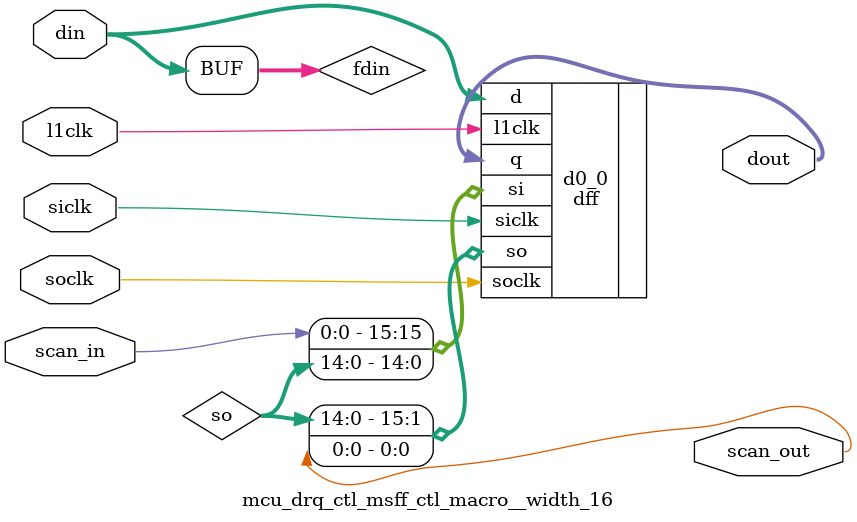
<source format=v>
module mcu_drq_ctl (
  drq_wrbuf_valids, 
  drq_pending_wr_req, 
  drq_write_queue_cnt, 
  drq_rdbuf_valids, 
  drq_read_queue_cnt, 
  drq_rdq_full, 
  drq_rdq_free, 
  drq_empty, 
  drq_rd_req, 
  drq_wr_req, 
  drq_rd_entry7_val, 
  drq_rd_entry6_val, 
  drq_rd_entry5_val, 
  drq_rd_entry4_val, 
  drq_rd_entry3_val, 
  drq_rd_entry2_val, 
  drq_rd_entry1_val, 
  drq_rd_entry0_val, 
  drq_rd_bank_val, 
  drq_rd_entry0_rank, 
  drq_rd_entry1_rank, 
  drq_rd_entry2_rank, 
  drq_rd_entry3_rank, 
  drq_rd_entry4_rank, 
  drq_rd_entry5_rank, 
  drq_rd_entry6_rank, 
  drq_rd_entry7_rank, 
  drq_rd_entry0_dimm, 
  drq_rd_entry1_dimm, 
  drq_rd_entry2_dimm, 
  drq_rd_entry3_dimm, 
  drq_rd_entry4_dimm, 
  drq_rd_entry5_dimm, 
  drq_rd_entry6_dimm, 
  drq_rd_entry7_dimm, 
  drq_wr_entry0_rank, 
  drq_wr_entry1_rank, 
  drq_wr_entry2_rank, 
  drq_wr_entry3_rank, 
  drq_wr_entry4_rank, 
  drq_wr_entry5_rank, 
  drq_wr_entry6_rank, 
  drq_wr_entry7_rank, 
  drq_wr_entry0_dimm, 
  drq_wr_entry1_dimm, 
  drq_wr_entry2_dimm, 
  drq_wr_entry3_dimm, 
  drq_wr_entry4_dimm, 
  drq_wr_entry5_dimm, 
  drq_wr_entry6_dimm, 
  drq_wr_entry7_dimm, 
  drq_wr_queue_ent0, 
  drq_wr_queue_ent1, 
  drq_wr_queue_ent2, 
  drq_wr_queue_ent3, 
  drq_wr_queue_ent4, 
  drq_wr_queue_ent5, 
  drq_wr_queue_ent6, 
  drq_wr_queue_ent7, 
  drq_wdq_valid, 
  drq_rd_index_picked, 
  drq_wr_index_picked, 
  drq_wr_id_picked, 
  drq_rd_addr_picked, 
  drq_pd_mode_rd_incr, 
  drq_pd_mode_rd_decr, 
  drq_pd_mode_wr_incr, 
  drq_rd_adr_queue7_en, 
  drq_rd_adr_queue6_en, 
  drq_rd_adr_queue5_en, 
  drq_rd_adr_queue4_en, 
  drq_rd_adr_queue3_en, 
  drq_rd_adr_queue2_en, 
  drq_rd_adr_queue1_en, 
  drq_rd_adr_queue0_en, 
  drq_wr_adr_queue7_en, 
  drq_wr_adr_queue6_en, 
  drq_wr_adr_queue5_en, 
  drq_wr_adr_queue4_en, 
  drq_wr_adr_queue3_en, 
  drq_wr_adr_queue2_en, 
  drq_wr_adr_queue1_en, 
  drq_wr_adr_queue0_en, 
  drq_rd_adr_queue_sel, 
  drq_req_rdwr_addr_sel, 
  l2b_rank_rd_adr, 
  l2b_dimm_rd_adr, 
  l2b_bank_rd_adr, 
  l2b_addr_rd_err, 
  l2b_addr_rd_par, 
  l2b_rank_wr_adr, 
  l2b_dimm_wr_adr, 
  l2b_bank_wr_adr, 
  l2b_addr_wr_err, 
  l2b_addr_wr_par, 
  l2if_wr_req, 
  l2if_rd_req, 
  drq_cpu_wr_addr, 
  l2if_wdq_in_cntr, 
  drif_init, 
  drif_init_mcu_done, 
  drif_mcu_state_1, 
  drif_mcu_state_2, 
  drif_mcu_state_4, 
  drif_cmd_picked, 
  drif_rd_entry_picked, 
  drif_wr_entry_picked, 
  drif_blk_new_openbank, 
  pdmc_rank_avail, 
  drif_dimm_rd_available, 
  drif_refresh_rank, 
  drif_rd_picked, 
  drif_wr_picked, 
  drif_raw_hazard, 
  rdpctl_drq_clear_ent, 
  woq_wrq_clear_ent, 
  drif_drq_clear_ent, 
  woq_wr_queue_clear, 
  woq_wr_entry_picked, 
  drif_eight_bank_mode, 
  drif_stacked_dimm, 
  l1clk, 
  scan_in, 
  scan_out, 
  tcu_aclk, 
  tcu_bclk, 
  tcu_scan_en);
wire siclk;
wire soclk;
wire se;
wire ff_rd_wr_val_scanin;
wire ff_rd_wr_val_scanout;
wire [3:0] drq_wdq_in_cntr;
wire ff_rd_addr_scanin;
wire ff_rd_addr_scanout;
wire [8:0] drq_rd_addr0;
wire ff_wr_addr_scanin;
wire ff_wr_addr_scanout;
wire [8:0] drq_wr_addr0;
wire [7:0] drq_clear_ent;
wire drq_rdq_free_in;
wire ff_rdq_free_scanin;
wire ff_rdq_free_scanout;
wire [7:0] drq_rdq_ent7_index_dec;
wire [7:0] drq_rdq_ent6_index_dec;
wire [7:0] drq_rdq_ent5_index_dec;
wire [7:0] drq_rdq_ent4_index_dec;
wire [7:0] drq_rdq_ent3_index_dec;
wire [7:0] drq_rdq_ent2_index_dec;
wire [7:0] drq_rdq_ent1_index_dec;
wire [7:0] drq_rdq_ent0_index_dec;
wire drq_wrq_empty;
wire drq_rdq_empty;
wire [2:0] drq_rd_addr_in;
wire [2:0] drq_wr_addr_in;
wire [7:0] drq_rdbuf_valids_in;
wire ff_rdbuf_valids_scanin;
wire ff_rdbuf_valids_scanout;
wire [7:0] drq_wrq_clear_ent;
wire [7:0] drq_wrbuf_valids_in;
wire ff_wrbuf_valids_scanin;
wire ff_wrbuf_valids_scanout;
wire [7:0] drq_wrbuf_issued_in;
wire [7:0] drq_wrbuf_issued;
wire ff_wrbuf_issued_scanin;
wire ff_wrbuf_issued_scanout;
wire [11:0] drq_rd_entry;
wire drq_rdq_bank_bit2;
wire [7:0] drq_read_queue_clear_in;
wire ff_read_queue_clear_scanin;
wire ff_read_queue_clear_scanout;
wire [7:0] drq_read_queue_clear;
wire drq_rd_entry_en;
wire [3:0] drq_read_queue_cnt_in;
wire ff_rd_collapse_fifo_cnt_scanin;
wire ff_rd_collapse_fifo_cnt_scanout;
wire [7:0] drq_rd_queue_valid;
wire drq_rd_queue_ent0_en;
wire drq_rd_queue_ent1_en;
wire drq_rd_queue_ent2_en;
wire drq_rd_queue_ent3_en;
wire drq_rd_queue_ent4_en;
wire drq_rd_queue_ent5_en;
wire drq_rd_queue_ent6_en;
wire drq_rd_queue_ent7_en;
wire [11:0] drq_rd_queue_ent0_in;
wire [11:0] drq_rd_queue_ent1;
wire [11:0] drq_rd_queue_ent1_in;
wire [11:0] drq_rd_queue_ent2;
wire [11:0] drq_rd_queue_ent2_in;
wire [11:0] drq_rd_queue_ent3;
wire [11:0] drq_rd_queue_ent3_in;
wire [11:0] drq_rd_queue_ent4;
wire [11:0] drq_rd_queue_ent4_in;
wire [11:0] drq_rd_queue_ent5;
wire [11:0] drq_rd_queue_ent5_in;
wire [11:0] drq_rd_queue_ent6;
wire [11:0] drq_rd_queue_ent6_in;
wire [11:0] drq_rd_queue_ent7;
wire [11:0] drq_rd_queue_ent7_in;
wire ff_rd_collapse_fifo_ent0_scanin;
wire ff_rd_collapse_fifo_ent0_scanout;
wire [11:0] drq_rd_queue_ent0;
wire ff_rd_collapse_fifo_ent1_scanin;
wire ff_rd_collapse_fifo_ent1_scanout;
wire ff_rd_collapse_fifo_ent2_scanin;
wire ff_rd_collapse_fifo_ent2_scanout;
wire ff_rd_collapse_fifo_ent3_scanin;
wire ff_rd_collapse_fifo_ent3_scanout;
wire ff_rd_collapse_fifo_ent4_scanin;
wire ff_rd_collapse_fifo_ent4_scanout;
wire ff_rd_collapse_fifo_ent5_scanin;
wire ff_rd_collapse_fifo_ent5_scanout;
wire ff_rd_collapse_fifo_ent6_scanin;
wire ff_rd_collapse_fifo_ent6_scanout;
wire ff_rd_collapse_fifo_ent7_scanin;
wire ff_rd_collapse_fifo_ent7_scanout;
wire drq_wrq_full;
wire [14:0] drq_wr_entry;
wire drq_wrq_bank_bit2;
wire [7:0] drq_write_queue_clear;
wire drq_wr_entry_en;
wire [3:0] drq_write_queue_cnt_in;
wire ff_wr_collapse_fifo_cnt_scanin;
wire ff_wr_collapse_fifo_cnt_scanout;
wire [7:0] drq_wr_queue_valid;
wire drq_wr_queue_ent0_en;
wire drq_wr_queue_ent1_en;
wire drq_wr_queue_ent2_en;
wire drq_wr_queue_ent3_en;
wire drq_wr_queue_ent4_en;
wire drq_wr_queue_ent5_en;
wire drq_wr_queue_ent6_en;
wire drq_wr_queue_ent7_en;
wire [14:0] drq_wr_queue_ent0_in;
wire [14:0] drq_wr_queue_ent1_in;
wire [14:0] drq_wr_queue_ent2_in;
wire [14:0] drq_wr_queue_ent3_in;
wire [14:0] drq_wr_queue_ent4_in;
wire [14:0] drq_wr_queue_ent5_in;
wire [14:0] drq_wr_queue_ent6_in;
wire [14:0] drq_wr_queue_ent7_in;
wire ff_wr_collapse_fifo_ent0_scanin;
wire ff_wr_collapse_fifo_ent0_scanout;
wire ff_wr_collapse_fifo_ent1_scanin;
wire ff_wr_collapse_fifo_ent1_scanout;
wire ff_wr_collapse_fifo_ent2_scanin;
wire ff_wr_collapse_fifo_ent2_scanout;
wire ff_wr_collapse_fifo_ent3_scanin;
wire ff_wr_collapse_fifo_ent3_scanout;
wire ff_wr_collapse_fifo_ent4_scanin;
wire ff_wr_collapse_fifo_ent4_scanout;
wire ff_wr_collapse_fifo_ent5_scanin;
wire ff_wr_collapse_fifo_ent5_scanout;
wire ff_wr_collapse_fifo_ent6_scanin;
wire ff_wr_collapse_fifo_ent6_scanout;
wire ff_wr_collapse_fifo_ent7_scanin;
wire ff_wr_collapse_fifo_ent7_scanout;
wire [3:0] drq_wdq_out_cntr_in;
wire [3:0] drq_wdq_out_cntr;
wire drq_wdq_out_cntr_en;
wire ff_wdq_out_cntr_scanin;
wire ff_wdq_out_cntr_scanout;
wire [3:0] drq_wdq_cnt;
wire [3:0] drq_rdq_ent0_bnk;
wire [3:0] drq_rdq_ent1_bnk;
wire [3:0] drq_rdq_ent2_bnk;
wire [3:0] drq_rdq_ent3_bnk;
wire [3:0] drq_rdq_ent4_bnk;
wire [3:0] drq_rdq_ent5_bnk;
wire [3:0] drq_rdq_ent6_bnk;
wire [3:0] drq_rdq_ent7_bnk;
wire [15:0] drq_rd_banksel_addr0_dec;
wire [15:0] drq_rd_banksel_addr1_dec;
wire [15:0] drq_rd_banksel_addr2_dec;
wire [15:0] drq_rd_banksel_addr3_dec;
wire [15:0] drq_rd_banksel_addr4_dec;
wire [15:0] drq_rd_banksel_addr5_dec;
wire [15:0] drq_rd_banksel_addr6_dec;
wire [15:0] drq_rd_banksel_addr7_dec;
wire drq_rdq_ent7_rank_avail;
wire drq_rdq_ent6_rank_avail;
wire drq_rdq_ent5_rank_avail;
wire drq_rdq_ent4_rank_avail;
wire drq_rdq_ent3_rank_avail;
wire drq_rdq_ent2_rank_avail;
wire drq_rdq_ent1_rank_avail;
wire drq_rdq_ent0_rank_avail;
wire [6:0] drq_wr_addr_picked;
wire [15:0] drq_rdq_ent0_rank_dec;
wire [15:0] drq_rdq_ent1_rank_dec;
wire [15:0] drq_rdq_ent2_rank_dec;
wire [15:0] drq_rdq_ent3_rank_dec;
wire [15:0] drq_rdq_ent4_rank_dec;
wire [15:0] drq_rdq_ent5_rank_dec;
wire [15:0] drq_rdq_ent6_rank_dec;
wire [15:0] drq_rdq_ent7_rank_dec;
wire [15:0] drq_rank_avail;
wire [15:0] drq_pd_mode_rd_decr_in;
wire ff_pd_mode_rd_decr_scanin;
wire ff_pd_mode_rd_decr_scanout;


// from mcu to cpu clk domain
output	[7:0] 	drq_wrbuf_valids;	// write request queue entries that are valid
output	[7:0]	drq_pending_wr_req;
output	[3:0]	drq_write_queue_cnt;	// count of write requests for performance counters

output	[7:0] 	drq_rdbuf_valids;	// read request queue entries that are valid
output	[3:0]	drq_read_queue_cnt;	// count of read requests for performance counters
output		drq_rdq_full;		// read reuest queue full
output		drq_rdq_free;		// indicates read queue enties has been freed up

output		drq_empty;
output		drq_rd_req;
output		drq_wr_req;

// bank indicator for read queue entries
output	[15:0]	drq_rd_entry7_val;
output	[15:0]	drq_rd_entry6_val;
output	[15:0]	drq_rd_entry5_val;
output	[15:0]	drq_rd_entry4_val;
output	[15:0]	drq_rd_entry3_val;
output	[15:0]	drq_rd_entry2_val;
output	[15:0]	drq_rd_entry1_val;
output	[15:0]	drq_rd_entry0_val;

output	[15:0]	drq_rd_bank_val;

// rank of read queue entries
output	 	drq_rd_entry0_rank;
output	 	drq_rd_entry1_rank;
output	 	drq_rd_entry2_rank;
output	 	drq_rd_entry3_rank;
output	 	drq_rd_entry4_rank;
output	 	drq_rd_entry5_rank;
output	 	drq_rd_entry6_rank;
output	 	drq_rd_entry7_rank;

// dimm of read queue entries
output	[2:0]	drq_rd_entry0_dimm;
output	[2:0] 	drq_rd_entry1_dimm;
output	[2:0] 	drq_rd_entry2_dimm;
output	[2:0] 	drq_rd_entry3_dimm;
output	[2:0] 	drq_rd_entry4_dimm;
output	[2:0] 	drq_rd_entry5_dimm;
output	[2:0] 	drq_rd_entry6_dimm;
output	[2:0] 	drq_rd_entry7_dimm;

// rank of write queue entries
output	 	drq_wr_entry0_rank;
output	 	drq_wr_entry1_rank;
output	 	drq_wr_entry2_rank;
output	 	drq_wr_entry3_rank;
output	 	drq_wr_entry4_rank;
output	 	drq_wr_entry5_rank;
output	 	drq_wr_entry6_rank;
output	 	drq_wr_entry7_rank;

// dimm of write queue entries
output	[2:0] 	drq_wr_entry0_dimm;
output	[2:0]	drq_wr_entry1_dimm;
output	[2:0]	drq_wr_entry2_dimm;
output	[2:0] 	drq_wr_entry3_dimm;
output	[2:0] 	drq_wr_entry4_dimm;
output	[2:0] 	drq_wr_entry5_dimm;
output	[2:0] 	drq_wr_entry6_dimm;
output	[2:0] 	drq_wr_entry7_dimm;

output	[14:0]	drq_wr_queue_ent0;
output	[14:0]	drq_wr_queue_ent1;
output	[14:0]	drq_wr_queue_ent2;
output	[14:0]	drq_wr_queue_ent3;
output	[14:0]	drq_wr_queue_ent4;
output	[14:0]	drq_wr_queue_ent5;
output	[14:0]	drq_wr_queue_ent6;
output	[14:0]	drq_wr_queue_ent7;
output	[7:0]	drq_wdq_valid;

output	[2:0]	drq_rd_index_picked;	// index in read request queue of picked read
output	[2:0]	drq_wr_index_picked;	// index in write request queue of picked write
output	[2:0]	drq_wr_id_picked;	// index in write data queue of picked write

output	[9:0]	drq_rd_addr_picked;	// bank, rank, parity, err for picked read

output	[15:0]	drq_pd_mode_rd_incr;
output	[15:0]	drq_pd_mode_rd_decr;
output	[15:0]	drq_pd_mode_wr_incr;

// load enables for read request queue entries
output		drq_rd_adr_queue7_en;
output		drq_rd_adr_queue6_en;
output		drq_rd_adr_queue5_en;
output		drq_rd_adr_queue4_en;
output		drq_rd_adr_queue3_en;
output		drq_rd_adr_queue2_en;
output		drq_rd_adr_queue1_en;
output		drq_rd_adr_queue0_en;

// load enables for write request queue entries
output		drq_wr_adr_queue7_en;
output		drq_wr_adr_queue6_en;
output		drq_wr_adr_queue5_en;
output		drq_wr_adr_queue4_en;
output		drq_wr_adr_queue3_en;
output		drq_wr_adr_queue2_en;
output		drq_wr_adr_queue1_en;
output		drq_wr_adr_queue0_en;

output	[7:0]	drq_rd_adr_queue_sel;	// output select for read request queue
output		drq_req_rdwr_addr_sel;	// select between read and write request queues

// bank, rank, parity, err for incoming read request
input	 	l2b_rank_rd_adr;
input	[2:0] 	l2b_dimm_rd_adr;
input	[2:0]  	l2b_bank_rd_adr;
input	        l2b_addr_rd_err;
input	        l2b_addr_rd_par;

// bank, rank, parity, err for incoming write request
input	   	l2b_rank_wr_adr;
input	[2:0]   l2b_dimm_wr_adr;
input	[2:0]   l2b_bank_wr_adr;
input		l2b_addr_wr_err;
input	        l2b_addr_wr_par;

// incoming request signals
input	        l2if_wr_req;
input	        l2if_rd_req;
input	[2:0]	drq_cpu_wr_addr;
input	[3:0]	l2if_wdq_in_cntr;

// state information from drif state machine
input		drif_init;
input		drif_init_mcu_done;
input		drif_mcu_state_1;
input		drif_mcu_state_2;
input		drif_mcu_state_4;

input		drif_cmd_picked;	// 0=read, 1=write picked
input	[7:0]	drif_rd_entry_picked;	// entry in read request queue that was picked
input	[7:0]	drif_wr_entry_picked;	// entry in write request queue that was picked

input		drif_blk_new_openbank;	// block new open banks when asserted for power throttling
input	[15:0]	pdmc_rank_avail;
input	[7:0]	drif_dimm_rd_available;
input	[3:0]	drif_refresh_rank;	// rank being refreshed; requests are blocked to this rank
					// during refresh
input		drif_rd_picked;		// read command picked, qualifies drif_cmd_picked
input		drif_wr_picked;		// write command picked, qualifies drif_cmd_picked
input		drif_raw_hazard;	// read after write hazard detected, don't dequeue read

input	[7:0]	rdpctl_drq_clear_ent;	// read request queue entry to clear
input	[7:0]	woq_wrq_clear_ent;	// write request queue entry to clear
input	[7:0]	drif_drq_clear_ent;	// read request queue entry to clear after error processing

input	[7:0]	woq_wr_queue_clear;
input	[7:0]	woq_wr_entry_picked;

// address mode information for using 8-bank scheduling algorithm when in 4-bank mode
input		drif_eight_bank_mode;	
input		drif_stacked_dimm;

input		l1clk;
input 		scan_in;
output		scan_out;
input 		tcu_aclk;
input		tcu_bclk;
input		tcu_scan_en;

// Scan reassigns
assign siclk = tcu_aclk;
assign soclk = tcu_bclk;
assign se = tcu_scan_en;

//////////////////////////////////////////////////////////////////
// Flopping the cpu domain signals to mcu domain
//////////////////////////////////////////////////////////////////
mcu_drq_ctl_msff_ctl_macro__width_6 ff_rd_wr_val  (
        .scan_in(ff_rd_wr_val_scanin),
        .scan_out(ff_rd_wr_val_scanout),
        .din({l2if_wr_req, l2if_rd_req, l2if_wdq_in_cntr[3:0]}),
        .dout({drq_wr_req, drq_rd_req, drq_wdq_in_cntr[3:0]}),
        .l1clk(l1clk),
  .siclk(siclk),
  .soclk(soclk));

// read address information for scheduling
mcu_drq_ctl_msff_ctl_macro__width_9 ff_rd_addr  (
        .scan_in(ff_rd_addr_scanin),
        .scan_out(ff_rd_addr_scanout),
        .din({l2b_addr_rd_par,l2b_addr_rd_err,l2b_rank_rd_adr,l2b_dimm_rd_adr[2:0],l2b_bank_rd_adr[2:0]}),
        .dout(drq_rd_addr0[8:0]),
        .l1clk(l1clk),
  .siclk(siclk),
  .soclk(soclk));

// write address information for scheduling
mcu_drq_ctl_msff_ctl_macro__width_9 ff_wr_addr  (
        .scan_in(ff_wr_addr_scanin),
        .scan_out(ff_wr_addr_scanout),
        .din({l2b_addr_wr_par,l2b_addr_wr_err,l2b_rank_wr_adr,l2b_dimm_wr_adr[2:0],l2b_bank_wr_adr[2:0]}),
        .dout(drq_wr_addr0[8:0]),
        .l1clk(l1clk),
  .siclk(siclk),
  .soclk(soclk));

// clearing an entry from read queue
// drif_drq_clear_ent - for clearing after error retries
// rdpctl_drq_clear_ent - for clearing when no error has occurred
assign drq_clear_ent[7:0] = drif_drq_clear_ent[7:0] | rdpctl_drq_clear_ent[7:0];

// let l2if know that a read request queue entry was cleared
assign drq_rdq_free_in = |drq_clear_ent[7:0];

mcu_drq_ctl_msff_ctl_macro__width_1 ff_rdq_free  (
        .scan_in(ff_rdq_free_scanin),
        .scan_out(ff_rdq_free_scanout),
        .din(drq_rdq_free_in),
        .dout(drq_rdq_free),
        .l1clk(l1clk),
  .siclk(siclk),
  .soclk(soclk));

// select for read address queue entry
// 0in one_hot -var drq_rd_adr_queue_sel[7:0]
assign drq_rd_adr_queue_sel[7:0] =      {8{drif_rd_entry_picked[7]}} & drq_rdq_ent7_index_dec[7:0] |
                                	{8{drif_rd_entry_picked[6]}} & drq_rdq_ent6_index_dec[7:0] |
                                	{8{drif_rd_entry_picked[5]}} & drq_rdq_ent5_index_dec[7:0] | 
					{8{drif_rd_entry_picked[4]}} & drq_rdq_ent4_index_dec[7:0] |
					{8{drif_rd_entry_picked[3]}} & drq_rdq_ent3_index_dec[7:0] |
					{8{drif_rd_entry_picked[2]}} & drq_rdq_ent2_index_dec[7:0] |
                                	{8{drif_rd_entry_picked[1]}} & drq_rdq_ent1_index_dec[7:0] | 
                                	{8{drif_rd_entry_picked[0]}} & drq_rdq_ent0_index_dec[7:0] |
					{7'h0,~(|drif_rd_entry_picked[7:0])};

// select between read and write address queues
// 0 = read, 1 = write
assign drq_req_rdwr_addr_sel = ~(|drif_rd_entry_picked[7:0]);

assign drq_empty = drq_wrq_empty & drq_rdq_empty;

//////////////////////////////////////////////////////////////////
// Determine which read address queue entry to load 
//////////////////////////////////////////////////////////////////

// Assertions to ensure valid entries are not overwritten
//    nor empty entries cleared
// 0in req_ack -req drq_rd_adr_queue0_en -ack drq_clear_ent[0]
// 0in req_ack -req drq_rd_adr_queue1_en -ack drq_clear_ent[1]
// 0in req_ack -req drq_rd_adr_queue2_en -ack drq_clear_ent[2]
// 0in req_ack -req drq_rd_adr_queue3_en -ack drq_clear_ent[3]
// 0in req_ack -req drq_rd_adr_queue4_en -ack drq_clear_ent[4]
// 0in req_ack -req drq_rd_adr_queue5_en -ack drq_clear_ent[5]
// 0in req_ack -req drq_rd_adr_queue6_en -ack drq_clear_ent[6]
// 0in req_ack -req drq_rd_adr_queue7_en -ack drq_clear_ent[7]

assign drq_rd_adr_queue0_en =  ~drq_rdbuf_valids[0] & drq_rd_req; 
assign drq_rd_adr_queue1_en =  ~drq_rdbuf_valids[1] & drq_rdbuf_valids[0] & drq_rd_req;
assign drq_rd_adr_queue2_en =  ~drq_rdbuf_valids[2] & (&drq_rdbuf_valids[1:0]) & drq_rd_req; 
assign drq_rd_adr_queue3_en =  ~drq_rdbuf_valids[3] & (&drq_rdbuf_valids[2:0]) & drq_rd_req; 
assign drq_rd_adr_queue4_en =  ~drq_rdbuf_valids[4] & (&drq_rdbuf_valids[3:0]) & drq_rd_req;
assign drq_rd_adr_queue5_en =  ~drq_rdbuf_valids[5] & (&drq_rdbuf_valids[4:0]) & drq_rd_req;
assign drq_rd_adr_queue6_en =  ~drq_rdbuf_valids[6] & (&drq_rdbuf_valids[5:0]) & drq_rd_req;
assign drq_rd_adr_queue7_en =  ~drq_rdbuf_valids[7] & (&drq_rdbuf_valids[6:0]) & drq_rd_req;

assign drq_rd_addr_in[2:0] = {drq_rd_adr_queue4_en | drq_rd_adr_queue5_en | drq_rd_adr_queue6_en | drq_rd_adr_queue7_en, 
			drq_rd_adr_queue2_en | drq_rd_adr_queue3_en | drq_rd_adr_queue6_en | drq_rd_adr_queue7_en, 
			drq_rd_adr_queue1_en | drq_rd_adr_queue3_en | drq_rd_adr_queue5_en | drq_rd_adr_queue7_en};

//////////////////////////////////////////////////////////////////
// Determine which write address queue entry to load.
// Silently drop req if address is out of range. 
//    so AND it with address error bit (drq_wr_addr0[7])
//////////////////////////////////////////////////////////////////

// Assertions to ensure valid entries are not overwritten
//    nor empty entries cleared
// 0in req_ack -req drq_wr_adr_queue0_en -ack drq_wrq_clear_ent[0]
// 0in req_ack -req drq_wr_adr_queue1_en -ack drq_wrq_clear_ent[1]
// 0in req_ack -req drq_wr_adr_queue2_en -ack drq_wrq_clear_ent[2]
// 0in req_ack -req drq_wr_adr_queue3_en -ack drq_wrq_clear_ent[3]
// 0in req_ack -req drq_wr_adr_queue4_en -ack drq_wrq_clear_ent[4]
// 0in req_ack -req drq_wr_adr_queue5_en -ack drq_wrq_clear_ent[5]
// 0in req_ack -req drq_wr_adr_queue6_en -ack drq_wrq_clear_ent[6]
// 0in req_ack -req drq_wr_adr_queue7_en -ack drq_wrq_clear_ent[7]

assign drq_wr_adr_queue0_en =  ~drq_wrbuf_valids[0] & drq_wr_req & ~drq_wr_addr0[7];
assign drq_wr_adr_queue1_en =  ~drq_wrbuf_valids[1] & drq_wrbuf_valids[0] & drq_wr_req & ~drq_wr_addr0[7]; 
assign drq_wr_adr_queue2_en =  ~drq_wrbuf_valids[2] & (&drq_wrbuf_valids[1:0]) & drq_wr_req & ~drq_wr_addr0[7]; 
assign drq_wr_adr_queue3_en =  ~drq_wrbuf_valids[3] & (&drq_wrbuf_valids[2:0]) & drq_wr_req & ~drq_wr_addr0[7];
assign drq_wr_adr_queue4_en =  ~drq_wrbuf_valids[4] & (&drq_wrbuf_valids[3:0]) & drq_wr_req & ~drq_wr_addr0[7];
assign drq_wr_adr_queue5_en =  ~drq_wrbuf_valids[5] & (&drq_wrbuf_valids[4:0]) & drq_wr_req & ~drq_wr_addr0[7];
assign drq_wr_adr_queue6_en =  ~drq_wrbuf_valids[6] & (&drq_wrbuf_valids[5:0]) & drq_wr_req & ~drq_wr_addr0[7];
assign drq_wr_adr_queue7_en =  ~drq_wrbuf_valids[7] & (&drq_wrbuf_valids[6:0]) & drq_wr_req & ~drq_wr_addr0[7];

assign drq_wr_addr_in[2:0] = {drq_wr_adr_queue4_en | drq_wr_adr_queue5_en | drq_wr_adr_queue6_en | drq_wr_adr_queue7_en, 
			drq_wr_adr_queue2_en | drq_wr_adr_queue3_en | drq_wr_adr_queue6_en | drq_wr_adr_queue7_en, 
			drq_wr_adr_queue1_en | drq_wr_adr_queue3_en | drq_wr_adr_queue5_en | drq_wr_adr_queue7_en};

//////////////////////////////////////////////////////////////////
// Valids for address queue entries
//////////////////////////////////////////////////////////////////

// Valids for address queue entries

assign drq_rdbuf_valids_in[0] = drq_rd_adr_queue0_en ? 1'b1 : drq_clear_ent[0] ? 1'b0 : drq_rdbuf_valids[0];
assign drq_rdbuf_valids_in[1] = drq_rd_adr_queue1_en ? 1'b1 : drq_clear_ent[1] ? 1'b0 : drq_rdbuf_valids[1];
assign drq_rdbuf_valids_in[2] = drq_rd_adr_queue2_en ? 1'b1 : drq_clear_ent[2] ? 1'b0 : drq_rdbuf_valids[2];
assign drq_rdbuf_valids_in[3] = drq_rd_adr_queue3_en ? 1'b1 : drq_clear_ent[3] ? 1'b0 : drq_rdbuf_valids[3];
assign drq_rdbuf_valids_in[4] = drq_rd_adr_queue4_en ? 1'b1 : drq_clear_ent[4] ? 1'b0 : drq_rdbuf_valids[4];
assign drq_rdbuf_valids_in[5] = drq_rd_adr_queue5_en ? 1'b1 : drq_clear_ent[5] ? 1'b0 : drq_rdbuf_valids[5];
assign drq_rdbuf_valids_in[6] = drq_rd_adr_queue6_en ? 1'b1 : drq_clear_ent[6] ? 1'b0 : drq_rdbuf_valids[6];
assign drq_rdbuf_valids_in[7] = drq_rd_adr_queue7_en ? 1'b1 : drq_clear_ent[7] ? 1'b0 : drq_rdbuf_valids[7];

mcu_drq_ctl_msff_ctl_macro__width_8 ff_rdbuf_valids  (
	.scan_in(ff_rdbuf_valids_scanin),
	.scan_out(ff_rdbuf_valids_scanout),
	.din(drq_rdbuf_valids_in[7:0]),
	.dout(drq_rdbuf_valids[7:0]),
	.l1clk(l1clk),
  .siclk(siclk),
  .soclk(soclk));

//////////////////////////////////////////////////////////////////
// Writes Address queue entry valids
//////////////////////////////////////////////////////////////////

// Valids for write address queue entries

assign drq_wrq_clear_ent[7:0] = woq_wrq_clear_ent[7:0];
assign drq_wrbuf_valids_in[0] = drq_wr_adr_queue0_en ? 1'b1 : drq_wrq_clear_ent[0] ? 1'b0 : drq_wrbuf_valids[0];
assign drq_wrbuf_valids_in[1] = drq_wr_adr_queue1_en ? 1'b1 : drq_wrq_clear_ent[1] ? 1'b0 : drq_wrbuf_valids[1];
assign drq_wrbuf_valids_in[2] = drq_wr_adr_queue2_en ? 1'b1 : drq_wrq_clear_ent[2] ? 1'b0 : drq_wrbuf_valids[2];
assign drq_wrbuf_valids_in[3] = drq_wr_adr_queue3_en ? 1'b1 : drq_wrq_clear_ent[3] ? 1'b0 : drq_wrbuf_valids[3];
assign drq_wrbuf_valids_in[4] = drq_wr_adr_queue4_en ? 1'b1 : drq_wrq_clear_ent[4] ? 1'b0 : drq_wrbuf_valids[4];
assign drq_wrbuf_valids_in[5] = drq_wr_adr_queue5_en ? 1'b1 : drq_wrq_clear_ent[5] ? 1'b0 : drq_wrbuf_valids[5];
assign drq_wrbuf_valids_in[6] = drq_wr_adr_queue6_en ? 1'b1 : drq_wrq_clear_ent[6] ? 1'b0 : drq_wrbuf_valids[6];
assign drq_wrbuf_valids_in[7] = drq_wr_adr_queue7_en ? 1'b1 : drq_wrq_clear_ent[7] ? 1'b0 : drq_wrbuf_valids[7];

mcu_drq_ctl_msff_ctl_macro__width_8 ff_wrbuf_valids  (
	.scan_in(ff_wrbuf_valids_scanin),
	.scan_out(ff_wrbuf_valids_scanout),
	.din(drq_wrbuf_valids_in[7:0]),
	.dout(drq_wrbuf_valids[7:0]),
	.l1clk(l1clk),
  .siclk(siclk),
  .soclk(soclk));

// CLEANUP - write retiring
// set when write transaction is issued from woq; used for RAW hazard detection
assign drq_wrbuf_issued_in[0] = woq_wr_entry_picked[0] ? 1'b1 : drq_wrq_clear_ent[0] ? 1'b0 : drq_wrbuf_issued[0];
assign drq_wrbuf_issued_in[1] = woq_wr_entry_picked[1] ? 1'b1 : drq_wrq_clear_ent[1] ? 1'b0 : drq_wrbuf_issued[1];
assign drq_wrbuf_issued_in[2] = woq_wr_entry_picked[2] ? 1'b1 : drq_wrq_clear_ent[2] ? 1'b0 : drq_wrbuf_issued[2];
assign drq_wrbuf_issued_in[3] = woq_wr_entry_picked[3] ? 1'b1 : drq_wrq_clear_ent[3] ? 1'b0 : drq_wrbuf_issued[3];
assign drq_wrbuf_issued_in[4] = woq_wr_entry_picked[4] ? 1'b1 : drq_wrq_clear_ent[4] ? 1'b0 : drq_wrbuf_issued[4];
assign drq_wrbuf_issued_in[5] = woq_wr_entry_picked[5] ? 1'b1 : drq_wrq_clear_ent[5] ? 1'b0 : drq_wrbuf_issued[5];
assign drq_wrbuf_issued_in[6] = woq_wr_entry_picked[6] ? 1'b1 : drq_wrq_clear_ent[6] ? 1'b0 : drq_wrbuf_issued[6];
assign drq_wrbuf_issued_in[7] = woq_wr_entry_picked[7] ? 1'b1 : drq_wrq_clear_ent[7] ? 1'b0 : drq_wrbuf_issued[7];

mcu_drq_ctl_msff_ctl_macro__width_8 ff_wrbuf_issued  (
	.scan_in(ff_wrbuf_issued_scanin),
	.scan_out(ff_wrbuf_issued_scanout),
	.din(drq_wrbuf_issued_in[7:0]),
	.dout(drq_wrbuf_issued[7:0]),
	.l1clk(l1clk),
  .siclk(siclk),
  .soclk(soclk));

assign drq_pending_wr_req[7:0] = drq_wrbuf_valids[7:0] & ~drq_wrbuf_issued[7:0];

//////////////////////////////////////////////////////////////////
// Collapsing queue for reads
//	This queue allows requests to be pulled from any location.
//	The newest request is always added at the tail.  The oldest
//	entry is in the queue always at ent0.
//////////////////////////////////////////////////////////////////
assign drq_rdq_full = &drq_rdbuf_valids[7:0];
assign drq_rdq_empty = ~(|drq_rdbuf_valids[7:0]);

// read request queue entry contents
// 11:9 - index into address queue
// 8 - parity
// 7 - address error
// 6 - rank
// 5:3 - dimm
// 2:0 - bank for scheduling
assign drq_rd_entry[11:0] = {drq_rd_addr_in[2:0], drq_rd_addr0[8:3], drq_rdq_bank_bit2, drq_rd_addr0[1:0]};

// when in 4-bank mode, use rank information for bank bit 2 when scheduling requests
assign drq_rdq_bank_bit2 = drif_eight_bank_mode ? drq_rd_addr0[2] : 
			   drif_stacked_dimm ? drq_rd_addr0[6] : drq_rd_addr0[3];

// reset request queue entry's valid bit once it gets scheduled
assign drq_read_queue_clear_in[7:0] = drif_rd_entry_picked[7:0] & {8{~drif_raw_hazard}};
mcu_drq_ctl_msff_ctl_macro__width_8 ff_read_queue_clear  (
	.scan_in(ff_read_queue_clear_scanin),
	.scan_out(ff_read_queue_clear_scanout),
	.din(drq_read_queue_clear_in[7:0]),
	.dout(drq_read_queue_clear[7:0]),
	.l1clk(l1clk),
  .siclk(siclk),
  .soclk(soclk));

// keep track of entry count 
assign drq_rd_entry_en = drq_rd_req & ~drq_rdq_full;
assign drq_read_queue_cnt_in[3:0] = drq_rd_entry_en & ~(|drq_read_queue_clear[7:0]) ? drq_read_queue_cnt[3:0] + 4'h1 : 
					(|drq_read_queue_clear[7:0]) & ~drq_rd_entry_en ? drq_read_queue_cnt[3:0] - 4'h1 : 
					drq_read_queue_cnt[3:0];

mcu_drq_ctl_msff_ctl_macro__width_4 ff_rd_collapse_fifo_cnt  (
	.scan_in(ff_rd_collapse_fifo_cnt_scanin),
	.scan_out(ff_rd_collapse_fifo_cnt_scanout),
	.din(drq_read_queue_cnt_in[3:0]),
	.dout(drq_read_queue_cnt[3:0]),
	.l1clk(l1clk),
  .siclk(siclk),
  .soclk(soclk));

// set the valids in the request queue based on the entry count
assign drq_rd_queue_valid[7:0] = {7'h0,   drq_read_queue_cnt[3:0] == 4'h1}   | 
				   {6'h0,{2{drq_read_queue_cnt[3:0] == 4'h2}}} |
				   {5'h0,{3{drq_read_queue_cnt[3:0] == 4'h3}}} |
				   {4'h0,{4{drq_read_queue_cnt[3:0] == 4'h4}}} |
				   {3'h0,{5{drq_read_queue_cnt[3:0] == 4'h5}}} |
				   {2'h0,{6{drq_read_queue_cnt[3:0] == 4'h6}}} |
				   {1'h0,{7{drq_read_queue_cnt[3:0] == 4'h7}}} |
					 {8{drq_read_queue_cnt[3:0] == 4'h8}};

// 0in fifo -enq drq_rd_entry_en -deq (|drq_read_queue_clear[7:0]) -depth 8
assign drq_rd_queue_ent0_en = (drq_read_queue_cnt[3:0] == 4'h0) & drq_rd_entry_en | drq_read_queue_clear[0];
assign drq_rd_queue_ent1_en = ~drq_rd_queue_valid[1] & drq_rd_entry_en | (|drq_read_queue_clear[1:0]);
assign drq_rd_queue_ent2_en = ~drq_rd_queue_valid[2] & drq_rd_entry_en | (|drq_read_queue_clear[2:0]);
assign drq_rd_queue_ent3_en = ~drq_rd_queue_valid[3] & drq_rd_entry_en | (|drq_read_queue_clear[3:0]);
assign drq_rd_queue_ent4_en = ~drq_rd_queue_valid[4] & drq_rd_entry_en | (|drq_read_queue_clear[4:0]);
assign drq_rd_queue_ent5_en = ~drq_rd_queue_valid[5] & drq_rd_entry_en | (|drq_read_queue_clear[5:0]);
assign drq_rd_queue_ent6_en = ~drq_rd_queue_valid[6] & drq_rd_entry_en | (|drq_read_queue_clear[6:0]);
assign drq_rd_queue_ent7_en = ~drq_rd_queue_valid[7] & drq_rd_entry_en | (|drq_read_queue_clear[7:0]);

assign drq_rd_queue_ent0_in[11:0] = drq_rd_queue_valid[1] ? drq_rd_queue_ent1[11:0] : drq_rd_entry[11:0];
assign drq_rd_queue_ent1_in[11:0] = drq_rd_queue_valid[2] ? drq_rd_queue_ent2[11:0] : drq_rd_entry[11:0];
assign drq_rd_queue_ent2_in[11:0] = drq_rd_queue_valid[3] ? drq_rd_queue_ent3[11:0] : drq_rd_entry[11:0];
assign drq_rd_queue_ent3_in[11:0] = drq_rd_queue_valid[4] ? drq_rd_queue_ent4[11:0] : drq_rd_entry[11:0];
assign drq_rd_queue_ent4_in[11:0] = drq_rd_queue_valid[5] ? drq_rd_queue_ent5[11:0] : drq_rd_entry[11:0];
assign drq_rd_queue_ent5_in[11:0] = drq_rd_queue_valid[6] ? drq_rd_queue_ent6[11:0] : drq_rd_entry[11:0];
assign drq_rd_queue_ent6_in[11:0] = drq_rd_queue_valid[7] ? drq_rd_queue_ent7[11:0] : drq_rd_entry[11:0];
assign drq_rd_queue_ent7_in[11:0] = drq_rd_entry[11:0];

mcu_drq_ctl_msff_ctl_macro__en_1__width_12 ff_rd_collapse_fifo_ent0  (
	.scan_in(ff_rd_collapse_fifo_ent0_scanin),
	.scan_out(ff_rd_collapse_fifo_ent0_scanout),
	.din(drq_rd_queue_ent0_in[11:0]),
	.dout(drq_rd_queue_ent0[11:0]),
	.en(drq_rd_queue_ent0_en),
	.l1clk(l1clk),
  .siclk(siclk),
  .soclk(soclk));

mcu_drq_ctl_msff_ctl_macro__en_1__width_12 ff_rd_collapse_fifo_ent1  (
	.scan_in(ff_rd_collapse_fifo_ent1_scanin),
	.scan_out(ff_rd_collapse_fifo_ent1_scanout),
	.din(drq_rd_queue_ent1_in[11:0]),
	.dout(drq_rd_queue_ent1[11:0]),
	.en(drq_rd_queue_ent1_en),
	.l1clk(l1clk),
  .siclk(siclk),
  .soclk(soclk));

mcu_drq_ctl_msff_ctl_macro__en_1__width_12 ff_rd_collapse_fifo_ent2  (
	.scan_in(ff_rd_collapse_fifo_ent2_scanin),
	.scan_out(ff_rd_collapse_fifo_ent2_scanout),
	.din(drq_rd_queue_ent2_in[11:0]),
	.dout(drq_rd_queue_ent2[11:0]),
	.en(drq_rd_queue_ent2_en),
	.l1clk(l1clk),
  .siclk(siclk),
  .soclk(soclk));

mcu_drq_ctl_msff_ctl_macro__en_1__width_12 ff_rd_collapse_fifo_ent3  (
	.scan_in(ff_rd_collapse_fifo_ent3_scanin),
	.scan_out(ff_rd_collapse_fifo_ent3_scanout),
	.din(drq_rd_queue_ent3_in[11:0]),
	.dout(drq_rd_queue_ent3[11:0]),
	.en(drq_rd_queue_ent3_en),
	.l1clk(l1clk),
  .siclk(siclk),
  .soclk(soclk));

mcu_drq_ctl_msff_ctl_macro__en_1__width_12 ff_rd_collapse_fifo_ent4  (
	.scan_in(ff_rd_collapse_fifo_ent4_scanin),
	.scan_out(ff_rd_collapse_fifo_ent4_scanout),
	.din(drq_rd_queue_ent4_in[11:0]),
	.dout(drq_rd_queue_ent4[11:0]),
	.en(drq_rd_queue_ent4_en),
	.l1clk(l1clk),
  .siclk(siclk),
  .soclk(soclk));

mcu_drq_ctl_msff_ctl_macro__en_1__width_12 ff_rd_collapse_fifo_ent5  (
	.scan_in(ff_rd_collapse_fifo_ent5_scanin),
	.scan_out(ff_rd_collapse_fifo_ent5_scanout),
	.din(drq_rd_queue_ent5_in[11:0]),
	.dout(drq_rd_queue_ent5[11:0]),
	.en(drq_rd_queue_ent5_en),
	.l1clk(l1clk),
  .siclk(siclk),
  .soclk(soclk));

mcu_drq_ctl_msff_ctl_macro__en_1__width_12 ff_rd_collapse_fifo_ent6  (
	.scan_in(ff_rd_collapse_fifo_ent6_scanin),
	.scan_out(ff_rd_collapse_fifo_ent6_scanout),
	.din(drq_rd_queue_ent6_in[11:0]),
	.dout(drq_rd_queue_ent6[11:0]),
	.en(drq_rd_queue_ent6_en),
	.l1clk(l1clk),
  .siclk(siclk),
  .soclk(soclk));

mcu_drq_ctl_msff_ctl_macro__en_1__width_12 ff_rd_collapse_fifo_ent7  (
	.scan_in(ff_rd_collapse_fifo_ent7_scanin),
	.scan_out(ff_rd_collapse_fifo_ent7_scanout),
	.din(drq_rd_queue_ent7_in[11:0]),
	.dout(drq_rd_queue_ent7[11:0]),
	.en(drq_rd_queue_ent7_en),
	.l1clk(l1clk),
  .siclk(siclk),
  .soclk(soclk));

// read request rank information for scheduler - this allows scheduler to 
//	keep scheduling to the same rank if possible so as not to lose a 
//	cycle when switching ranks
assign drq_rd_entry0_rank = drq_rd_queue_ent0[6];
assign drq_rd_entry1_rank = drq_rd_queue_ent1[6];
assign drq_rd_entry2_rank = drq_rd_queue_ent2[6];
assign drq_rd_entry3_rank = drq_rd_queue_ent3[6];
assign drq_rd_entry4_rank = drq_rd_queue_ent4[6];
assign drq_rd_entry5_rank = drq_rd_queue_ent5[6];
assign drq_rd_entry6_rank = drq_rd_queue_ent6[6];
assign drq_rd_entry7_rank = drq_rd_queue_ent7[6];

assign drq_rd_entry0_dimm[2:0] = drq_rd_queue_ent0[5:3];
assign drq_rd_entry1_dimm[2:0] = drq_rd_queue_ent1[5:3];
assign drq_rd_entry2_dimm[2:0] = drq_rd_queue_ent2[5:3];
assign drq_rd_entry3_dimm[2:0] = drq_rd_queue_ent3[5:3];
assign drq_rd_entry4_dimm[2:0] = drq_rd_queue_ent4[5:3];
assign drq_rd_entry5_dimm[2:0] = drq_rd_queue_ent5[5:3];
assign drq_rd_entry6_dimm[2:0] = drq_rd_queue_ent6[5:3];
assign drq_rd_entry7_dimm[2:0] = drq_rd_queue_ent7[5:3];

//////////////////////////////////////////////////////////////////
// Collapsing queue for writes
//	This queue allows requests to be pulled from any location.
//	The newest request is always added at the tail
//////////////////////////////////////////////////////////////////
assign drq_wrq_full = &drq_wrbuf_valids[7:0];
assign drq_wrq_empty = ~(|drq_wrbuf_valids[7:0]);

// write request queue entry contents
// 14:12 - index into wdq for write data
// 11:9 - index into address queue
// 8 - parity
// 7 - addr error
// 6 - rank
// 5:3 - dimm
// 2:0 - bank for scheduling
assign drq_wr_entry[14:0] = {drq_cpu_wr_addr[2:0],  drq_wr_addr_in[2:0], drq_wr_addr0[8:3], drq_wrq_bank_bit2, drq_wr_addr0[1:0]};

// when in 4-bank mode, use rank information for bank bit 2 when scheduling requests
assign drq_wrq_bank_bit2 = drif_eight_bank_mode ? drq_wr_addr0[2] : 
			   drif_stacked_dimm ? drq_wr_addr0[6] : drq_wr_addr0[3];

// reset request queue entry's valid bit once it gets scheduled
assign drq_write_queue_clear[7:0] = woq_wr_queue_clear[7:0];

// keep track of entry count 
assign drq_wr_entry_en = drq_wr_req & ~drq_wr_addr0[7] & ~drq_wrq_full; 
assign drq_write_queue_cnt_in[3:0] = drq_wr_entry_en & ~(|drq_write_queue_clear[7:0]) ? drq_write_queue_cnt[3:0] + 4'h1 : 
					(|drq_write_queue_clear[7:0]) & ~drq_wr_entry_en ? drq_write_queue_cnt[3:0] - 4'h1 : 
					drq_write_queue_cnt[3:0];

mcu_drq_ctl_msff_ctl_macro__width_4 ff_wr_collapse_fifo_cnt  (
	.scan_in(ff_wr_collapse_fifo_cnt_scanin),
	.scan_out(ff_wr_collapse_fifo_cnt_scanout),
	.din(drq_write_queue_cnt_in[3:0]),
	.dout(drq_write_queue_cnt[3:0]),
	.l1clk(l1clk),
  .siclk(siclk),
  .soclk(soclk));

// set the valids in the request queue based on the entry count
assign drq_wr_queue_valid[7:0] = {7'h0,   drq_write_queue_cnt[3:0] == 4'h1}   |
				    {6'h0,{2{drq_write_queue_cnt[3:0] == 4'h2}}} |
				    {5'h0,{3{drq_write_queue_cnt[3:0] == 4'h3}}} |
				    {4'h0,{4{drq_write_queue_cnt[3:0] == 4'h4}}} |
				    {3'h0,{5{drq_write_queue_cnt[3:0] == 4'h5}}} |
				    {2'h0,{6{drq_write_queue_cnt[3:0] == 4'h6}}} |
				    {1'h0,{7{drq_write_queue_cnt[3:0] == 4'h7}}} |
					  {8{drq_write_queue_cnt[3:0] == 4'h8}};

// 0in fifo -enq drq_wr_entry_en -deq (|drq_write_queue_clear[7:0]) -depth 8
assign drq_wr_queue_ent0_en = (drq_write_queue_cnt[3:0] == 4'h0) & drq_wr_entry_en | drq_write_queue_clear[0];
assign drq_wr_queue_ent1_en = ~drq_wr_queue_valid[1] & drq_wr_entry_en | (|drq_write_queue_clear[1:0]);
assign drq_wr_queue_ent2_en = ~drq_wr_queue_valid[2] & drq_wr_entry_en | (|drq_write_queue_clear[2:0]);
assign drq_wr_queue_ent3_en = ~drq_wr_queue_valid[3] & drq_wr_entry_en | (|drq_write_queue_clear[3:0]);
assign drq_wr_queue_ent4_en = ~drq_wr_queue_valid[4] & drq_wr_entry_en | (|drq_write_queue_clear[4:0]);
assign drq_wr_queue_ent5_en = ~drq_wr_queue_valid[5] & drq_wr_entry_en | (|drq_write_queue_clear[5:0]);
assign drq_wr_queue_ent6_en = ~drq_wr_queue_valid[6] & drq_wr_entry_en | (|drq_write_queue_clear[6:0]);
assign drq_wr_queue_ent7_en = ~drq_wr_queue_valid[7] & drq_wr_entry_en | (|drq_write_queue_clear[7:0]);

assign drq_wr_queue_ent0_in[14:0] = drq_wr_queue_valid[1] ? drq_wr_queue_ent1[14:0] : drq_wr_entry[14:0];
assign drq_wr_queue_ent1_in[14:0] = drq_wr_queue_valid[2] ? drq_wr_queue_ent2[14:0] : drq_wr_entry[14:0];
assign drq_wr_queue_ent2_in[14:0] = drq_wr_queue_valid[3] ? drq_wr_queue_ent3[14:0] : drq_wr_entry[14:0];
assign drq_wr_queue_ent3_in[14:0] = drq_wr_queue_valid[4] ? drq_wr_queue_ent4[14:0] : drq_wr_entry[14:0];
assign drq_wr_queue_ent4_in[14:0] = drq_wr_queue_valid[5] ? drq_wr_queue_ent5[14:0] : drq_wr_entry[14:0];
assign drq_wr_queue_ent5_in[14:0] = drq_wr_queue_valid[6] ? drq_wr_queue_ent6[14:0] : drq_wr_entry[14:0];
assign drq_wr_queue_ent6_in[14:0] = drq_wr_queue_valid[7] ? drq_wr_queue_ent7[14:0] : drq_wr_entry[14:0];
assign drq_wr_queue_ent7_in[14:0] = drq_wr_entry[14:0];

mcu_drq_ctl_msff_ctl_macro__en_1__width_15 ff_wr_collapse_fifo_ent0  (
	.scan_in(ff_wr_collapse_fifo_ent0_scanin),
	.scan_out(ff_wr_collapse_fifo_ent0_scanout),
	.din(drq_wr_queue_ent0_in[14:0]),
	.dout(drq_wr_queue_ent0[14:0]),
	.en(drq_wr_queue_ent0_en),
	.l1clk(l1clk),
  .siclk(siclk),
  .soclk(soclk));

mcu_drq_ctl_msff_ctl_macro__en_1__width_15 ff_wr_collapse_fifo_ent1  (
	.scan_in(ff_wr_collapse_fifo_ent1_scanin),
	.scan_out(ff_wr_collapse_fifo_ent1_scanout),
	.din(drq_wr_queue_ent1_in[14:0]),
	.dout(drq_wr_queue_ent1[14:0]),
	.en(drq_wr_queue_ent1_en),
	.l1clk(l1clk),
  .siclk(siclk),
  .soclk(soclk));

mcu_drq_ctl_msff_ctl_macro__en_1__width_15 ff_wr_collapse_fifo_ent2  (
	.scan_in(ff_wr_collapse_fifo_ent2_scanin),
	.scan_out(ff_wr_collapse_fifo_ent2_scanout),
	.din(drq_wr_queue_ent2_in[14:0]),
	.dout(drq_wr_queue_ent2[14:0]),
	.en(drq_wr_queue_ent2_en),
	.l1clk(l1clk),
  .siclk(siclk),
  .soclk(soclk));

mcu_drq_ctl_msff_ctl_macro__en_1__width_15 ff_wr_collapse_fifo_ent3  (
	.scan_in(ff_wr_collapse_fifo_ent3_scanin),
	.scan_out(ff_wr_collapse_fifo_ent3_scanout),
	.din(drq_wr_queue_ent3_in[14:0]),
	.dout(drq_wr_queue_ent3[14:0]),
	.en(drq_wr_queue_ent3_en),
	.l1clk(l1clk),
  .siclk(siclk),
  .soclk(soclk));

mcu_drq_ctl_msff_ctl_macro__en_1__width_15 ff_wr_collapse_fifo_ent4  (
	.scan_in(ff_wr_collapse_fifo_ent4_scanin),
	.scan_out(ff_wr_collapse_fifo_ent4_scanout),
	.din(drq_wr_queue_ent4_in[14:0]),
	.dout(drq_wr_queue_ent4[14:0]),
	.en(drq_wr_queue_ent4_en),
	.l1clk(l1clk),
  .siclk(siclk),
  .soclk(soclk));

mcu_drq_ctl_msff_ctl_macro__en_1__width_15 ff_wr_collapse_fifo_ent5  (
	.scan_in(ff_wr_collapse_fifo_ent5_scanin),
	.scan_out(ff_wr_collapse_fifo_ent5_scanout),
	.din(drq_wr_queue_ent5_in[14:0]),
	.dout(drq_wr_queue_ent5[14:0]),
	.en(drq_wr_queue_ent5_en),
	.l1clk(l1clk),
  .siclk(siclk),
  .soclk(soclk));

mcu_drq_ctl_msff_ctl_macro__en_1__width_15 ff_wr_collapse_fifo_ent6  (
	.scan_in(ff_wr_collapse_fifo_ent6_scanin),
	.scan_out(ff_wr_collapse_fifo_ent6_scanout),
	.din(drq_wr_queue_ent6_in[14:0]),
	.dout(drq_wr_queue_ent6[14:0]),
	.en(drq_wr_queue_ent6_en),
	.l1clk(l1clk),
  .siclk(siclk),
  .soclk(soclk));

mcu_drq_ctl_msff_ctl_macro__en_1__width_15 ff_wr_collapse_fifo_ent7  (
	.scan_in(ff_wr_collapse_fifo_ent7_scanin),
	.scan_out(ff_wr_collapse_fifo_ent7_scanout),
	.din(drq_wr_queue_ent7_in[14:0]),
	.dout(drq_wr_queue_ent7[14:0]),
	.en(drq_wr_queue_ent7_en),
	.l1clk(l1clk),
  .siclk(siclk),
  .soclk(soclk));

// valids for wdq
assign drq_wdq_out_cntr_in[3:0] = drq_wdq_out_cntr[3:0] + 4'h1;
assign drq_wdq_out_cntr_en = |drq_write_queue_clear[7:0];

mcu_drq_ctl_msff_ctl_macro__en_1__width_4 ff_wdq_out_cntr  (
	.scan_in(ff_wdq_out_cntr_scanin),
	.scan_out(ff_wdq_out_cntr_scanout),
	.din(drq_wdq_out_cntr_in[3:0]),
	.dout(drq_wdq_out_cntr[3:0]),
	.en(drq_wdq_out_cntr_en),
	.l1clk(l1clk),
  .siclk(siclk),
  .soclk(soclk));

assign drq_wdq_cnt[3:0] = drq_wdq_in_cntr[3:0] >= drq_wdq_out_cntr[3:0] ? drq_wdq_in_cntr[3:0] - drq_wdq_out_cntr[3:0] :
									  ~(drq_wdq_out_cntr[3:0] - drq_wdq_in_cntr[3:0]) + 4'h1;

assign drq_wdq_valid[7:0] =  drq_wr_queue_valid[7:0] & 
			       ({7'h0,   drq_wdq_cnt[3:0] == 4'h1}   |
				{6'h0,{2{drq_wdq_cnt[3:0] == 4'h2}}} |
				{5'h0,{3{drq_wdq_cnt[3:0] == 4'h3}}} |
				{4'h0,{4{drq_wdq_cnt[3:0] == 4'h4}}} |
				{3'h0,{5{drq_wdq_cnt[3:0] == 4'h5}}} |
				{2'h0,{6{drq_wdq_cnt[3:0] == 4'h6}}} |
				{1'h0,{7{drq_wdq_cnt[3:0] == 4'h7}}} |
				      {8{drq_wdq_cnt[3:0] == 4'h8}});

// write request rank information for scheduler - this allows scheduler to keep 
//	scheduling to the same rank if possible so as not to lose a cycle when 
//	switching ranks
assign drq_wr_entry0_rank = drq_wr_queue_ent0[6];
assign drq_wr_entry1_rank = drq_wr_queue_ent1[6];
assign drq_wr_entry2_rank = drq_wr_queue_ent2[6];
assign drq_wr_entry3_rank = drq_wr_queue_ent3[6];
assign drq_wr_entry4_rank = drq_wr_queue_ent4[6];
assign drq_wr_entry5_rank = drq_wr_queue_ent5[6];
assign drq_wr_entry6_rank = drq_wr_queue_ent6[6];
assign drq_wr_entry7_rank = drq_wr_queue_ent7[6];

assign drq_wr_entry0_dimm[2:0] = drq_wr_queue_ent0[5:3];
assign drq_wr_entry1_dimm[2:0] = drq_wr_queue_ent1[5:3];
assign drq_wr_entry2_dimm[2:0] = drq_wr_queue_ent2[5:3];
assign drq_wr_entry3_dimm[2:0] = drq_wr_queue_ent3[5:3];
assign drq_wr_entry4_dimm[2:0] = drq_wr_queue_ent4[5:3];
assign drq_wr_entry5_dimm[2:0] = drq_wr_queue_ent5[5:3];
assign drq_wr_entry6_dimm[2:0] = drq_wr_queue_ent6[5:3];
assign drq_wr_entry7_dimm[2:0] = drq_wr_queue_ent7[5:3];

//////////////////////////////////////////////////////////////////
// Generate bank valids for the read scheduler
//////////////////////////////////////////////////////////////////
assign drq_rdq_ent0_bnk[3:0] = {drif_eight_bank_mode ? (drif_stacked_dimm ? drq_rd_queue_ent0[6] :
							drq_rd_queue_ent0[3]) :
						    (drif_stacked_dimm ? drq_rd_queue_ent0[3] :
							drq_rd_queue_ent0[4]), drq_rd_queue_ent0[2:0]};
assign drq_rdq_ent1_bnk[3:0] = {drif_eight_bank_mode ? (drif_stacked_dimm ? drq_rd_queue_ent1[6] :
							drq_rd_queue_ent1[3]) :
						    (drif_stacked_dimm ? drq_rd_queue_ent1[3] :
							drq_rd_queue_ent1[4]), drq_rd_queue_ent1[2:0]};
assign drq_rdq_ent2_bnk[3:0] = {drif_eight_bank_mode ? (drif_stacked_dimm ? drq_rd_queue_ent2[6] :
							drq_rd_queue_ent2[3]) :
						    (drif_stacked_dimm ? drq_rd_queue_ent2[3] :
							drq_rd_queue_ent2[4]), drq_rd_queue_ent2[2:0]};
assign drq_rdq_ent3_bnk[3:0] = {drif_eight_bank_mode ? (drif_stacked_dimm ? drq_rd_queue_ent3[6] :
							drq_rd_queue_ent3[3]) :
						    (drif_stacked_dimm ? drq_rd_queue_ent3[3] :
							drq_rd_queue_ent3[4]), drq_rd_queue_ent3[2:0]};
assign drq_rdq_ent4_bnk[3:0] = {drif_eight_bank_mode ? (drif_stacked_dimm ? drq_rd_queue_ent4[6] :
							drq_rd_queue_ent4[3]) :
						    (drif_stacked_dimm ? drq_rd_queue_ent4[3] :
							drq_rd_queue_ent4[4]), drq_rd_queue_ent4[2:0]};
assign drq_rdq_ent5_bnk[3:0] = {drif_eight_bank_mode ? (drif_stacked_dimm ? drq_rd_queue_ent5[6] :
							drq_rd_queue_ent5[3]) :
						    (drif_stacked_dimm ? drq_rd_queue_ent5[3] :
							drq_rd_queue_ent5[4]), drq_rd_queue_ent5[2:0]};
assign drq_rdq_ent6_bnk[3:0] = {drif_eight_bank_mode ? (drif_stacked_dimm ? drq_rd_queue_ent6[6] :
							drq_rd_queue_ent6[3]) :
						    (drif_stacked_dimm ? drq_rd_queue_ent6[3] :
							drq_rd_queue_ent6[4]), drq_rd_queue_ent6[2:0]};
assign drq_rdq_ent7_bnk[3:0] = {drif_eight_bank_mode ? (drif_stacked_dimm ? drq_rd_queue_ent7[6] :
							drq_rd_queue_ent7[3]) :
						    (drif_stacked_dimm ? drq_rd_queue_ent7[3] :
							drq_rd_queue_ent7[4]), drq_rd_queue_ent7[2:0]};

assign drq_rd_banksel_addr0_dec[15:0] = {(drq_rdq_ent0_bnk[3:0] == 4'hf), (drq_rdq_ent0_bnk[3:0] == 4'he),
                                        (drq_rdq_ent0_bnk[3:0] == 4'hd), (drq_rdq_ent0_bnk[3:0] == 4'hc),
					(drq_rdq_ent0_bnk[3:0] == 4'hb), (drq_rdq_ent0_bnk[3:0] == 4'ha),
                                        (drq_rdq_ent0_bnk[3:0] == 4'h9), (drq_rdq_ent0_bnk[3:0] == 4'h8),
					(drq_rdq_ent0_bnk[3:0] == 4'h7), (drq_rdq_ent0_bnk[3:0] == 4'h6),
                                        (drq_rdq_ent0_bnk[3:0] == 4'h5), (drq_rdq_ent0_bnk[3:0] == 4'h4),
					(drq_rdq_ent0_bnk[3:0] == 4'h3), (drq_rdq_ent0_bnk[3:0] == 4'h2),
                                        (drq_rdq_ent0_bnk[3:0] == 4'h1), (drq_rdq_ent0_bnk[3:0] == 4'h0)};

assign drq_rd_banksel_addr1_dec[15:0] = {(drq_rdq_ent1_bnk[3:0] == 4'hf), (drq_rdq_ent1_bnk[3:0] == 4'he),
                                        (drq_rdq_ent1_bnk[3:0] == 4'hd), (drq_rdq_ent1_bnk[3:0] == 4'hc),
                                        (drq_rdq_ent1_bnk[3:0] == 4'hb), (drq_rdq_ent1_bnk[3:0] == 4'ha),
                                        (drq_rdq_ent1_bnk[3:0] == 4'h9), (drq_rdq_ent1_bnk[3:0] == 4'h8),
					(drq_rdq_ent1_bnk[3:0] == 4'h7), (drq_rdq_ent1_bnk[3:0] == 4'h6),
                                        (drq_rdq_ent1_bnk[3:0] == 4'h5), (drq_rdq_ent1_bnk[3:0] == 4'h4),
                                        (drq_rdq_ent1_bnk[3:0] == 4'h3), (drq_rdq_ent1_bnk[3:0] == 4'h2),
                                        (drq_rdq_ent1_bnk[3:0] == 4'h1), (drq_rdq_ent1_bnk[3:0] == 4'h0)};

assign drq_rd_banksel_addr2_dec[15:0] = {(drq_rdq_ent2_bnk[3:0] == 4'hf), (drq_rdq_ent2_bnk[3:0] == 4'he),
                                        (drq_rdq_ent2_bnk[3:0] == 4'hd), (drq_rdq_ent2_bnk[3:0] == 4'hc),
                                        (drq_rdq_ent2_bnk[3:0] == 4'hb), (drq_rdq_ent2_bnk[3:0] == 4'ha),
                                        (drq_rdq_ent2_bnk[3:0] == 4'h9), (drq_rdq_ent2_bnk[3:0] == 4'h8),
                                        (drq_rdq_ent2_bnk[3:0] == 4'h7), (drq_rdq_ent2_bnk[3:0] == 4'h6),
                                        (drq_rdq_ent2_bnk[3:0] == 4'h5), (drq_rdq_ent2_bnk[3:0] == 4'h4),
                                        (drq_rdq_ent2_bnk[3:0] == 4'h3), (drq_rdq_ent2_bnk[3:0] == 4'h2),
                                        (drq_rdq_ent2_bnk[3:0] == 4'h1), (drq_rdq_ent2_bnk[3:0] == 4'h0)};

assign drq_rd_banksel_addr3_dec[15:0] = {(drq_rdq_ent3_bnk[3:0] == 4'hf), (drq_rdq_ent3_bnk[3:0] == 4'he),
                                        (drq_rdq_ent3_bnk[3:0] == 4'hd), (drq_rdq_ent3_bnk[3:0] == 4'hc),
                                        (drq_rdq_ent3_bnk[3:0] == 4'hb), (drq_rdq_ent3_bnk[3:0] == 4'ha),
                                        (drq_rdq_ent3_bnk[3:0] == 4'h9), (drq_rdq_ent3_bnk[3:0] == 4'h8),
                                        (drq_rdq_ent3_bnk[3:0] == 4'h7), (drq_rdq_ent3_bnk[3:0] == 4'h6),
                                        (drq_rdq_ent3_bnk[3:0] == 4'h5), (drq_rdq_ent3_bnk[3:0] == 4'h4),
                                        (drq_rdq_ent3_bnk[3:0] == 4'h3), (drq_rdq_ent3_bnk[3:0] == 4'h2),
                                        (drq_rdq_ent3_bnk[3:0] == 4'h1), (drq_rdq_ent3_bnk[3:0] == 4'h0)};

assign drq_rd_banksel_addr4_dec[15:0] = {(drq_rdq_ent4_bnk[3:0] == 4'hf), (drq_rdq_ent4_bnk[3:0] == 4'he),
                                        (drq_rdq_ent4_bnk[3:0] == 4'hd), (drq_rdq_ent4_bnk[3:0] == 4'hc),
                                        (drq_rdq_ent4_bnk[3:0] == 4'hb), (drq_rdq_ent4_bnk[3:0] == 4'ha),
                                        (drq_rdq_ent4_bnk[3:0] == 4'h9), (drq_rdq_ent4_bnk[3:0] == 4'h8),
                                        (drq_rdq_ent4_bnk[3:0] == 4'h7), (drq_rdq_ent4_bnk[3:0] == 4'h6),
                                        (drq_rdq_ent4_bnk[3:0] == 4'h5), (drq_rdq_ent4_bnk[3:0] == 4'h4),
                                        (drq_rdq_ent4_bnk[3:0] == 4'h3), (drq_rdq_ent4_bnk[3:0] == 4'h2),
                                        (drq_rdq_ent4_bnk[3:0] == 4'h1), (drq_rdq_ent4_bnk[3:0] == 4'h0)};

assign drq_rd_banksel_addr5_dec[15:0] = {(drq_rdq_ent5_bnk[3:0] == 4'hf), (drq_rdq_ent5_bnk[3:0] == 4'he),
                                        (drq_rdq_ent5_bnk[3:0] == 4'hd), (drq_rdq_ent5_bnk[3:0] == 4'hc),
                                        (drq_rdq_ent5_bnk[3:0] == 4'hb), (drq_rdq_ent5_bnk[3:0] == 4'ha),
                                        (drq_rdq_ent5_bnk[3:0] == 4'h9), (drq_rdq_ent5_bnk[3:0] == 4'h8),
                                        (drq_rdq_ent5_bnk[3:0] == 4'h7), (drq_rdq_ent5_bnk[3:0] == 4'h6),
                                        (drq_rdq_ent5_bnk[3:0] == 4'h5), (drq_rdq_ent5_bnk[3:0] == 4'h4),
                                        (drq_rdq_ent5_bnk[3:0] == 4'h3), (drq_rdq_ent5_bnk[3:0] == 4'h2),
                                        (drq_rdq_ent5_bnk[3:0] == 4'h1), (drq_rdq_ent5_bnk[3:0] == 4'h0)};

assign drq_rd_banksel_addr6_dec[15:0] = {(drq_rdq_ent6_bnk[3:0] == 4'hf), (drq_rdq_ent6_bnk[3:0] == 4'he),
                                        (drq_rdq_ent6_bnk[3:0] == 4'hd), (drq_rdq_ent6_bnk[3:0] == 4'hc),
                                        (drq_rdq_ent6_bnk[3:0] == 4'hb), (drq_rdq_ent6_bnk[3:0] == 4'ha),
                                        (drq_rdq_ent6_bnk[3:0] == 4'h9), (drq_rdq_ent6_bnk[3:0] == 4'h8),
                                        (drq_rdq_ent6_bnk[3:0] == 4'h7), (drq_rdq_ent6_bnk[3:0] == 4'h6),
                                        (drq_rdq_ent6_bnk[3:0] == 4'h5), (drq_rdq_ent6_bnk[3:0] == 4'h4),
                                        (drq_rdq_ent6_bnk[3:0] == 4'h3), (drq_rdq_ent6_bnk[3:0] == 4'h2),
                                        (drq_rdq_ent6_bnk[3:0] == 4'h1), (drq_rdq_ent6_bnk[3:0] == 4'h0)};

assign drq_rd_banksel_addr7_dec[15:0] = {(drq_rdq_ent7_bnk[3:0] == 4'hf), (drq_rdq_ent7_bnk[3:0] == 4'he),
                                       	(drq_rdq_ent7_bnk[3:0] == 4'hd), (drq_rdq_ent7_bnk[3:0] == 4'hc),
                                        (drq_rdq_ent7_bnk[3:0] == 4'hb), (drq_rdq_ent7_bnk[3:0] == 4'ha),
                                        (drq_rdq_ent7_bnk[3:0] == 4'h9), (drq_rdq_ent7_bnk[3:0] == 4'h8),
					(drq_rdq_ent7_bnk[3:0] == 4'h7), (drq_rdq_ent7_bnk[3:0] == 4'h6),
                                       	(drq_rdq_ent7_bnk[3:0] == 4'h5), (drq_rdq_ent7_bnk[3:0] == 4'h4),
                                        (drq_rdq_ent7_bnk[3:0] == 4'h3), (drq_rdq_ent7_bnk[3:0] == 4'h2),
                                        (drq_rdq_ent7_bnk[3:0] == 4'h1), (drq_rdq_ent7_bnk[3:0] == 4'h0)};

// Qualify the read's decoded bank address with queue entry valid signal
assign drq_rd_entry7_val[15:0] = {16{drq_rd_queue_valid[7] & drq_rdq_ent7_rank_avail}} & drq_rd_banksel_addr7_dec[15:0] &
				{16{(((drif_refresh_rank[3:0] != drq_rd_queue_ent7[6:3]) & 
				(drif_mcu_state_2 | drif_mcu_state_4) & ~drif_init) | drif_mcu_state_1)}}; 
assign drq_rd_entry6_val[15:0] = {16{drq_rd_queue_valid[6] & drq_rdq_ent6_rank_avail}} & drq_rd_banksel_addr6_dec[15:0] &
				{16{(((drif_refresh_rank[3:0] != drq_rd_queue_ent6[6:3]) & 
				(drif_mcu_state_2 | drif_mcu_state_4) & ~drif_init) | drif_mcu_state_1)}}; 
assign drq_rd_entry5_val[15:0] = {16{drq_rd_queue_valid[5] & drq_rdq_ent5_rank_avail}} & drq_rd_banksel_addr5_dec[15:0] &
				{16{(((drif_refresh_rank[3:0] != drq_rd_queue_ent5[6:3]) & 
				(drif_mcu_state_2 | drif_mcu_state_4) & ~drif_init) | drif_mcu_state_1)}}; 
assign drq_rd_entry4_val[15:0] = {16{drq_rd_queue_valid[4] & drq_rdq_ent4_rank_avail}} & drq_rd_banksel_addr4_dec[15:0] &
				{16{(((drif_refresh_rank[3:0] != drq_rd_queue_ent4[6:3]) & 
				(drif_mcu_state_2 | drif_mcu_state_4) & ~drif_init) | drif_mcu_state_1)}}; 
assign drq_rd_entry3_val[15:0] = {16{drq_rd_queue_valid[3] & drq_rdq_ent3_rank_avail}} & drq_rd_banksel_addr3_dec[15:0] &
				{16{(((drif_refresh_rank[3:0] != drq_rd_queue_ent3[6:3]) & 
				(drif_mcu_state_2 | drif_mcu_state_4) & ~drif_init) | drif_mcu_state_1)}}; 
assign drq_rd_entry2_val[15:0] = {16{drq_rd_queue_valid[2] & drq_rdq_ent2_rank_avail}} & drq_rd_banksel_addr2_dec[15:0] &
				{16{(((drif_refresh_rank[3:0] != drq_rd_queue_ent2[6:3]) & 
				(drif_mcu_state_2 | drif_mcu_state_4) & ~drif_init) | drif_mcu_state_1)}}; 
assign drq_rd_entry1_val[15:0] = {16{drq_rd_queue_valid[1] & drq_rdq_ent1_rank_avail}} & drq_rd_banksel_addr1_dec[15:0] &
				{16{(((drif_refresh_rank[3:0] != drq_rd_queue_ent1[6:3]) & 
				(drif_mcu_state_2 | drif_mcu_state_4) & ~drif_init) | drif_mcu_state_1)}}; 
assign drq_rd_entry0_val[15:0] = {16{drq_rd_queue_valid[0] & drq_rdq_ent0_rank_avail}} & drq_rd_banksel_addr0_dec[15:0] &
				{16{(((drif_refresh_rank[3:0] != drq_rd_queue_ent0[6:3]) & 
				(drif_mcu_state_2 | drif_mcu_state_4) & ~drif_init) | drif_mcu_state_1)}}; 

// OR bank valids together so scheduler can know which banks have requests
assign drq_rd_bank_val[15:0] = (drq_rd_banksel_addr0_dec[15:0] & {16{drq_rd_queue_valid[0]}} | 
			drq_rd_banksel_addr1_dec[15:0] & {16{drq_rd_queue_valid[1]}} | 
			drq_rd_banksel_addr2_dec[15:0] & {16{drq_rd_queue_valid[2]}} | 
			drq_rd_banksel_addr3_dec[15:0] & {16{drq_rd_queue_valid[3]}} | 
			drq_rd_banksel_addr4_dec[15:0] & {16{drq_rd_queue_valid[4]}} | 
			drq_rd_banksel_addr5_dec[15:0] & {16{drq_rd_queue_valid[5]}} | 
			drq_rd_banksel_addr6_dec[15:0] & {16{drq_rd_queue_valid[6]}} | 
			drq_rd_banksel_addr7_dec[15:0] & {16{drq_rd_queue_valid[7]}}) & {16{drif_init_mcu_done}};

//////////////////////////////////////////////////////////////////
// Select info from request queues based on which entry was picked
//////////////////////////////////////////////////////////////////

// index into read address queue
assign drq_rd_index_picked[2:0] = {3{drif_rd_entry_picked[7]}} & drq_rd_queue_ent7[11:9] |
                                  {3{drif_rd_entry_picked[6]}} & drq_rd_queue_ent6[11:9] |
                                  {3{drif_rd_entry_picked[5]}} & drq_rd_queue_ent5[11:9] |
				  {3{drif_rd_entry_picked[4]}} & drq_rd_queue_ent4[11:9] |
				  {3{drif_rd_entry_picked[3]}} & drq_rd_queue_ent3[11:9] |
				  {3{drif_rd_entry_picked[2]}} & drq_rd_queue_ent2[11:9] |
                                  {3{drif_rd_entry_picked[1]}} & drq_rd_queue_ent1[11:9] |
                                  {3{drif_rd_entry_picked[0]}} & drq_rd_queue_ent0[11:9];

// error, parity, rank, dimm, and bank information
assign {drq_rd_addr_picked[9:4],drq_rd_addr_picked[2:0]} = 
				 {9{drif_rd_entry_picked[7]}} & drq_rd_queue_ent7[8:0] |
                                 {9{drif_rd_entry_picked[6]}} & drq_rd_queue_ent6[8:0] |
                                 {9{drif_rd_entry_picked[5]}} & drq_rd_queue_ent5[8:0] | 
				 {9{drif_rd_entry_picked[4]}} & drq_rd_queue_ent4[8:0] |
				 {9{drif_rd_entry_picked[3]}} & drq_rd_queue_ent3[8:0] |
				 {9{drif_rd_entry_picked[2]}} & drq_rd_queue_ent2[8:0] |
                                 {9{drif_rd_entry_picked[1]}} & drq_rd_queue_ent1[8:0] | 
                                 {9{drif_rd_entry_picked[0]}} & drq_rd_queue_ent0[8:0];

assign drq_rd_addr_picked[3] = drif_eight_bank_mode ? (drif_stacked_dimm ? drq_rd_addr_picked[7] :
							drq_rd_addr_picked[4]) :
						    (drif_stacked_dimm ? drq_rd_addr_picked[4] :
							drq_rd_addr_picked[5]);

// index into write address queue
assign drq_wr_index_picked[2:0] = {3{drif_wr_entry_picked[7]}} & drq_wr_queue_ent7[11:9] |
                                  {3{drif_wr_entry_picked[6]}} & drq_wr_queue_ent6[11:9] |
                                  {3{drif_wr_entry_picked[5]}} & drq_wr_queue_ent5[11:9] |
                                  {3{drif_wr_entry_picked[4]}} & drq_wr_queue_ent4[11:9] |
                                  {3{drif_wr_entry_picked[3]}} & drq_wr_queue_ent3[11:9] |
                                  {3{drif_wr_entry_picked[2]}} & drq_wr_queue_ent2[11:9] |
                                  {3{drif_wr_entry_picked[1]}} & drq_wr_queue_ent1[11:9] | 
                                  {3{drif_wr_entry_picked[0]}} & drq_wr_queue_ent0[11:9];

// rank, bank, and parity information
assign drq_wr_addr_picked[6:0] = {7{drif_wr_entry_picked[7]}} & {drq_wr_queue_ent7[12],drq_wr_queue_ent7[8:6],drq_wr_queue_ent7[2:0]} |
                                 {7{drif_wr_entry_picked[6]}} & {drq_wr_queue_ent6[12],drq_wr_queue_ent6[8:6],drq_wr_queue_ent6[2:0]} |
                                 {7{drif_wr_entry_picked[5]}} & {drq_wr_queue_ent5[12],drq_wr_queue_ent5[8:6],drq_wr_queue_ent5[2:0]} |
                                 {7{drif_wr_entry_picked[4]}} & {drq_wr_queue_ent4[12],drq_wr_queue_ent4[8:6],drq_wr_queue_ent4[2:0]} |
                                 {7{drif_wr_entry_picked[3]}} & {drq_wr_queue_ent3[12],drq_wr_queue_ent3[8:6],drq_wr_queue_ent3[2:0]} |
                                 {7{drif_wr_entry_picked[2]}} & {drq_wr_queue_ent2[12],drq_wr_queue_ent2[8:6],drq_wr_queue_ent2[2:0]} |
                                 {7{drif_wr_entry_picked[1]}} & {drq_wr_queue_ent1[12],drq_wr_queue_ent1[8:6],drq_wr_queue_ent1[2:0]} | 
                                 {7{drif_wr_entry_picked[0]}} & {drq_wr_queue_ent0[12],drq_wr_queue_ent0[8:6],drq_wr_queue_ent0[2:0]}; 

// write data queue (wdq) index
assign drq_wr_id_picked[2:0] =  {3{drif_wr_entry_picked[7]}} & drq_wr_queue_ent7[11:9] |
                                {3{drif_wr_entry_picked[6]}} & drq_wr_queue_ent6[11:9] |
                                {3{drif_wr_entry_picked[5]}} & drq_wr_queue_ent5[11:9] |
                                {3{drif_wr_entry_picked[4]}} & drq_wr_queue_ent4[11:9] |
                                {3{drif_wr_entry_picked[3]}} & drq_wr_queue_ent3[11:9] |
                                {3{drif_wr_entry_picked[2]}} & drq_wr_queue_ent2[11:9] |
                                {3{drif_wr_entry_picked[1]}} & drq_wr_queue_ent1[11:9] | 
                                {3{drif_wr_entry_picked[0]}} & drq_wr_queue_ent0[11:9];

//////////////////////////////////////////////////////////////////
// Decode index for address queue entry selection
//////////////////////////////////////////////////////////////////

// decoded read index for accessing read address queue
assign drq_rdq_ent0_index_dec[7:0] = { (drq_rd_queue_ent0[11:9] == 3'h7), (drq_rd_queue_ent0[11:9] == 3'h6),
                                        (drq_rd_queue_ent0[11:9] == 3'h5), (drq_rd_queue_ent0[11:9] == 3'h4),
					(drq_rd_queue_ent0[11:9] == 3'h3), (drq_rd_queue_ent0[11:9] == 3'h2),
                                        (drq_rd_queue_ent0[11:9] == 3'h1), (drq_rd_queue_ent0[11:9] == 3'h0) };

assign drq_rdq_ent1_index_dec[7:0] = { (drq_rd_queue_ent1[11:9] == 3'h7), (drq_rd_queue_ent1[11:9] == 3'h6),
                                       	(drq_rd_queue_ent1[11:9] == 3'h5), (drq_rd_queue_ent1[11:9] == 3'h4),
                                        (drq_rd_queue_ent1[11:9] == 3'h3), (drq_rd_queue_ent1[11:9] == 3'h2),
                                        (drq_rd_queue_ent1[11:9] == 3'h1), (drq_rd_queue_ent1[11:9] == 3'h0) };

assign drq_rdq_ent2_index_dec[7:0] = { (drq_rd_queue_ent2[11:9] == 3'h7), (drq_rd_queue_ent2[11:9] == 3'h6),
                                        (drq_rd_queue_ent2[11:9] == 3'h5), (drq_rd_queue_ent2[11:9] == 3'h4),
                                        (drq_rd_queue_ent2[11:9] == 3'h3), (drq_rd_queue_ent2[11:9] == 3'h2),
                                        (drq_rd_queue_ent2[11:9] == 3'h1), (drq_rd_queue_ent2[11:9] == 3'h0) };

assign drq_rdq_ent3_index_dec[7:0] = { (drq_rd_queue_ent3[11:9] == 3'h7), (drq_rd_queue_ent3[11:9] == 3'h6),
                                       	(drq_rd_queue_ent3[11:9] == 3'h5), (drq_rd_queue_ent3[11:9] == 3'h4),
                                        (drq_rd_queue_ent3[11:9] == 3'h3), (drq_rd_queue_ent3[11:9] == 3'h2),
                                        (drq_rd_queue_ent3[11:9] == 3'h1), (drq_rd_queue_ent3[11:9] == 3'h0) };

assign drq_rdq_ent4_index_dec[7:0] = { (drq_rd_queue_ent4[11:9] == 3'h7), (drq_rd_queue_ent4[11:9] == 3'h6),
                                        (drq_rd_queue_ent4[11:9] == 3'h5), (drq_rd_queue_ent4[11:9] == 3'h4),
                                        (drq_rd_queue_ent4[11:9] == 3'h3), (drq_rd_queue_ent4[11:9] == 3'h2),
                                        (drq_rd_queue_ent4[11:9] == 3'h1), (drq_rd_queue_ent4[11:9] == 3'h0) };

assign drq_rdq_ent5_index_dec[7:0] = { (drq_rd_queue_ent5[11:9] == 3'h7), (drq_rd_queue_ent5[11:9] == 3'h6),
                                        (drq_rd_queue_ent5[11:9] == 3'h5), (drq_rd_queue_ent5[11:9] == 3'h4),
                                        (drq_rd_queue_ent5[11:9] == 3'h3), (drq_rd_queue_ent5[11:9] == 3'h2),
                                        (drq_rd_queue_ent5[11:9] == 3'h1), (drq_rd_queue_ent5[11:9] == 3'h0) };

assign drq_rdq_ent6_index_dec[7:0] = { (drq_rd_queue_ent6[11:9] == 3'h7), (drq_rd_queue_ent6[11:9] == 3'h6),
                                        (drq_rd_queue_ent6[11:9] == 3'h5), (drq_rd_queue_ent6[11:9] == 3'h4),
                                        (drq_rd_queue_ent6[11:9] == 3'h3), (drq_rd_queue_ent6[11:9] == 3'h2),
                                       	(drq_rd_queue_ent6[11:9] == 3'h1), (drq_rd_queue_ent6[11:9] == 3'h0) };

assign drq_rdq_ent7_index_dec[7:0] = { (drq_rd_queue_ent7[11:9] == 3'h7), (drq_rd_queue_ent7[11:9] == 3'h6),
                                       	(drq_rd_queue_ent7[11:9] == 3'h5), (drq_rd_queue_ent7[11:9] == 3'h4),
                                        (drq_rd_queue_ent7[11:9] == 3'h3), (drq_rd_queue_ent7[11:9] == 3'h2),
                                        (drq_rd_queue_ent7[11:9] == 3'h1), (drq_rd_queue_ent7[11:9] == 3'h0) };

// Rank/DIMM decodes for power down mode
assign drq_rdq_ent0_rank_dec[15:0] = {drq_rd_queue_ent0[6:3] == 4'hf, drq_rd_queue_ent0[6:3] == 4'he,
					drq_rd_queue_ent0[6:3] == 4'hd, drq_rd_queue_ent0[6:3] == 4'hc,
					drq_rd_queue_ent0[6:3] == 4'hb, drq_rd_queue_ent0[6:3] == 4'ha,
					drq_rd_queue_ent0[6:3] == 4'h9, drq_rd_queue_ent0[6:3] == 4'h8,
					drq_rd_queue_ent0[6:3] == 4'h7, drq_rd_queue_ent0[6:3] == 4'h6,
					drq_rd_queue_ent0[6:3] == 4'h5, drq_rd_queue_ent0[6:3] == 4'h4,
					drq_rd_queue_ent0[6:3] == 4'h3, drq_rd_queue_ent0[6:3] == 4'h2,
					drq_rd_queue_ent0[6:3] == 4'h1, drq_rd_queue_ent0[6:3] == 4'h0};
assign drq_rdq_ent1_rank_dec[15:0] = {drq_rd_queue_ent1[6:3] == 4'hf, drq_rd_queue_ent1[6:3] == 4'he,
					drq_rd_queue_ent1[6:3] == 4'hd, drq_rd_queue_ent1[6:3] == 4'hc,
					drq_rd_queue_ent1[6:3] == 4'hb, drq_rd_queue_ent1[6:3] == 4'ha,
					drq_rd_queue_ent1[6:3] == 4'h9, drq_rd_queue_ent1[6:3] == 4'h8,
					drq_rd_queue_ent1[6:3] == 4'h7, drq_rd_queue_ent1[6:3] == 4'h6,
					drq_rd_queue_ent1[6:3] == 4'h5, drq_rd_queue_ent1[6:3] == 4'h4,
					drq_rd_queue_ent1[6:3] == 4'h3, drq_rd_queue_ent1[6:3] == 4'h2,
					drq_rd_queue_ent1[6:3] == 4'h1, drq_rd_queue_ent1[6:3] == 4'h0};
assign drq_rdq_ent2_rank_dec[15:0] = {drq_rd_queue_ent2[6:3] == 4'hf, drq_rd_queue_ent2[6:3] == 4'he,
					drq_rd_queue_ent2[6:3] == 4'hd, drq_rd_queue_ent2[6:3] == 4'hc,
					drq_rd_queue_ent2[6:3] == 4'hb, drq_rd_queue_ent2[6:3] == 4'ha,
					drq_rd_queue_ent2[6:3] == 4'h9, drq_rd_queue_ent2[6:3] == 4'h8,
					drq_rd_queue_ent2[6:3] == 4'h7, drq_rd_queue_ent2[6:3] == 4'h6,
					drq_rd_queue_ent2[6:3] == 4'h5, drq_rd_queue_ent2[6:3] == 4'h4,
					drq_rd_queue_ent2[6:3] == 4'h3, drq_rd_queue_ent2[6:3] == 4'h2,
					drq_rd_queue_ent2[6:3] == 4'h1, drq_rd_queue_ent2[6:3] == 4'h0};
assign drq_rdq_ent3_rank_dec[15:0] = {drq_rd_queue_ent3[6:3] == 4'hf, drq_rd_queue_ent3[6:3] == 4'he,
					drq_rd_queue_ent3[6:3] == 4'hd, drq_rd_queue_ent3[6:3] == 4'hc,
					drq_rd_queue_ent3[6:3] == 4'hb, drq_rd_queue_ent3[6:3] == 4'ha,
					drq_rd_queue_ent3[6:3] == 4'h9, drq_rd_queue_ent3[6:3] == 4'h8,
					drq_rd_queue_ent3[6:3] == 4'h7, drq_rd_queue_ent3[6:3] == 4'h6,
					drq_rd_queue_ent3[6:3] == 4'h5, drq_rd_queue_ent3[6:3] == 4'h4,
					drq_rd_queue_ent3[6:3] == 4'h3, drq_rd_queue_ent3[6:3] == 4'h2,
					drq_rd_queue_ent3[6:3] == 4'h1, drq_rd_queue_ent3[6:3] == 4'h0};
assign drq_rdq_ent4_rank_dec[15:0] = {drq_rd_queue_ent4[6:3] == 4'hf, drq_rd_queue_ent4[6:3] == 4'he,
					drq_rd_queue_ent4[6:3] == 4'hd, drq_rd_queue_ent4[6:3] == 4'hc,
					drq_rd_queue_ent4[6:3] == 4'hb, drq_rd_queue_ent4[6:3] == 4'ha,
					drq_rd_queue_ent4[6:3] == 4'h9, drq_rd_queue_ent4[6:3] == 4'h8,
					drq_rd_queue_ent4[6:3] == 4'h7, drq_rd_queue_ent4[6:3] == 4'h6,
					drq_rd_queue_ent4[6:3] == 4'h5, drq_rd_queue_ent4[6:3] == 4'h4,
					drq_rd_queue_ent4[6:3] == 4'h3, drq_rd_queue_ent4[6:3] == 4'h2,
					drq_rd_queue_ent4[6:3] == 4'h1, drq_rd_queue_ent4[6:3] == 4'h0};
assign drq_rdq_ent5_rank_dec[15:0] = {drq_rd_queue_ent5[6:3] == 4'hf, drq_rd_queue_ent5[6:3] == 4'he,
					drq_rd_queue_ent5[6:3] == 4'hd, drq_rd_queue_ent5[6:3] == 4'hc,
					drq_rd_queue_ent5[6:3] == 4'hb, drq_rd_queue_ent5[6:3] == 4'ha,
					drq_rd_queue_ent5[6:3] == 4'h9, drq_rd_queue_ent5[6:3] == 4'h8,
					drq_rd_queue_ent5[6:3] == 4'h7, drq_rd_queue_ent5[6:3] == 4'h6,
					drq_rd_queue_ent5[6:3] == 4'h5, drq_rd_queue_ent5[6:3] == 4'h4,
					drq_rd_queue_ent5[6:3] == 4'h3, drq_rd_queue_ent5[6:3] == 4'h2,
					drq_rd_queue_ent5[6:3] == 4'h1, drq_rd_queue_ent5[6:3] == 4'h0};
assign drq_rdq_ent6_rank_dec[15:0] = {drq_rd_queue_ent6[6:3] == 4'hf, drq_rd_queue_ent6[6:3] == 4'he,
					drq_rd_queue_ent6[6:3] == 4'hd, drq_rd_queue_ent6[6:3] == 4'hc,
					drq_rd_queue_ent6[6:3] == 4'hb, drq_rd_queue_ent6[6:3] == 4'ha,
					drq_rd_queue_ent6[6:3] == 4'h9, drq_rd_queue_ent6[6:3] == 4'h8,
					drq_rd_queue_ent6[6:3] == 4'h7, drq_rd_queue_ent6[6:3] == 4'h6,
					drq_rd_queue_ent6[6:3] == 4'h5, drq_rd_queue_ent6[6:3] == 4'h4,
					drq_rd_queue_ent6[6:3] == 4'h3, drq_rd_queue_ent6[6:3] == 4'h2,
					drq_rd_queue_ent6[6:3] == 4'h1, drq_rd_queue_ent6[6:3] == 4'h0};
assign drq_rdq_ent7_rank_dec[15:0] = {drq_rd_queue_ent7[6:3] == 4'hf, drq_rd_queue_ent7[6:3] == 4'he,
					drq_rd_queue_ent7[6:3] == 4'hd, drq_rd_queue_ent7[6:3] == 4'hc,
					drq_rd_queue_ent7[6:3] == 4'hb, drq_rd_queue_ent7[6:3] == 4'ha,
					drq_rd_queue_ent7[6:3] == 4'h9, drq_rd_queue_ent7[6:3] == 4'h8,
					drq_rd_queue_ent7[6:3] == 4'h7, drq_rd_queue_ent7[6:3] == 4'h6,
					drq_rd_queue_ent7[6:3] == 4'h5, drq_rd_queue_ent7[6:3] == 4'h4,
					drq_rd_queue_ent7[6:3] == 4'h3, drq_rd_queue_ent7[6:3] == 4'h2,
					drq_rd_queue_ent7[6:3] == 4'h1, drq_rd_queue_ent7[6:3] == 4'h0};

assign drq_rank_avail[15:0] = pdmc_rank_avail[15:0] & {drif_dimm_rd_available[7:0],drif_dimm_rd_available[7:0]};

assign drq_rdq_ent0_rank_avail = |(drq_rdq_ent0_rank_dec[15:0] & drq_rank_avail[15:0]);
assign drq_rdq_ent1_rank_avail = |(drq_rdq_ent1_rank_dec[15:0] & drq_rank_avail[15:0]);
assign drq_rdq_ent2_rank_avail = |(drq_rdq_ent2_rank_dec[15:0] & drq_rank_avail[15:0]);
assign drq_rdq_ent3_rank_avail = |(drq_rdq_ent3_rank_dec[15:0] & drq_rank_avail[15:0]);
assign drq_rdq_ent4_rank_avail = |(drq_rdq_ent4_rank_dec[15:0] & drq_rank_avail[15:0]);
assign drq_rdq_ent5_rank_avail = |(drq_rdq_ent5_rank_dec[15:0] & drq_rank_avail[15:0]);
assign drq_rdq_ent6_rank_avail = |(drq_rdq_ent6_rank_dec[15:0] & drq_rank_avail[15:0]);
assign drq_rdq_ent7_rank_avail = |(drq_rdq_ent7_rank_dec[15:0] & drq_rank_avail[15:0]);

// Power Down mode counter increments
assign drq_pd_mode_rd_incr[15:0] = {16{drq_rd_req}} &
				   {drq_rd_addr0[6:3] == 4'hf, drq_rd_addr0[6:3] == 4'he,
				    drq_rd_addr0[6:3] == 4'hd, drq_rd_addr0[6:3] == 4'hc,
				    drq_rd_addr0[6:3] == 4'hb, drq_rd_addr0[6:3] == 4'ha,
				    drq_rd_addr0[6:3] == 4'h9, drq_rd_addr0[6:3] == 4'h8,
				    drq_rd_addr0[6:3] == 4'h7, drq_rd_addr0[6:3] == 4'h6,
				    drq_rd_addr0[6:3] == 4'h5, drq_rd_addr0[6:3] == 4'h4,
				    drq_rd_addr0[6:3] == 4'h3, drq_rd_addr0[6:3] == 4'h2,
				    drq_rd_addr0[6:3] == 4'h1, drq_rd_addr0[6:3] == 4'h0};

assign drq_pd_mode_wr_incr[15:0] = {16{drq_wr_req}} & 
				   {drq_wr_addr0[6:3] == 4'hf, drq_wr_addr0[6:3] == 4'he,
				    drq_wr_addr0[6:3] == 4'hd, drq_wr_addr0[6:3] == 4'hc,
				    drq_wr_addr0[6:3] == 4'hb, drq_wr_addr0[6:3] == 4'ha,
				    drq_wr_addr0[6:3] == 4'h9, drq_wr_addr0[6:3] == 4'h8,
				    drq_wr_addr0[6:3] == 4'h7, drq_wr_addr0[6:3] == 4'h6,
				    drq_wr_addr0[6:3] == 4'h5, drq_wr_addr0[6:3] == 4'h4,
				    drq_wr_addr0[6:3] == 4'h3, drq_wr_addr0[6:3] == 4'h2,
				    drq_wr_addr0[6:3] == 4'h1, drq_wr_addr0[6:3] == 4'h0};

assign drq_pd_mode_rd_decr_in[15:0] = {16{(|drif_rd_entry_picked[7:0]) & ~drif_raw_hazard}} & 
				   {drq_rd_addr_picked[7:4] == 4'hf, drq_rd_addr_picked[7:4] == 4'he,
				    drq_rd_addr_picked[7:4] == 4'hd, drq_rd_addr_picked[7:4] == 4'hc,
				    drq_rd_addr_picked[7:4] == 4'hb, drq_rd_addr_picked[7:4] == 4'ha,
				    drq_rd_addr_picked[7:4] == 4'h9, drq_rd_addr_picked[7:4] == 4'h8,
				    drq_rd_addr_picked[7:4] == 4'h7, drq_rd_addr_picked[7:4] == 4'h6,
				    drq_rd_addr_picked[7:4] == 4'h5, drq_rd_addr_picked[7:4] == 4'h4,
				    drq_rd_addr_picked[7:4] == 4'h3, drq_rd_addr_picked[7:4] == 4'h2,
				    drq_rd_addr_picked[7:4] == 4'h1, drq_rd_addr_picked[7:4] == 4'h0};

mcu_drq_ctl_msff_ctl_macro__width_16 ff_pd_mode_rd_decr  (
	.scan_in(ff_pd_mode_rd_decr_scanin),
	.scan_out(ff_pd_mode_rd_decr_scanout),
	.din(drq_pd_mode_rd_decr_in[15:0]),
	.dout(drq_pd_mode_rd_decr[15:0]),
	.l1clk(l1clk),
  .siclk(siclk),
  .soclk(soclk));

// CLEANUP

// fixscan start:
assign ff_rd_wr_val_scanin       = scan_in                  ;
assign ff_rd_addr_scanin         = ff_rd_wr_val_scanout     ;
assign ff_wr_addr_scanin         = ff_rd_addr_scanout       ;
assign ff_rdq_free_scanin        = ff_wr_addr_scanout       ;
assign ff_rdbuf_valids_scanin    = ff_rdq_free_scanout      ;
assign ff_wrbuf_valids_scanin    = ff_rdbuf_valids_scanout  ;
assign ff_wrbuf_issued_scanin    = ff_wrbuf_valids_scanout  ;
assign ff_read_queue_clear_scanin = ff_wrbuf_issued_scanout  ;
assign ff_rd_collapse_fifo_cnt_scanin = ff_read_queue_clear_scanout;
assign ff_rd_collapse_fifo_ent0_scanin = ff_rd_collapse_fifo_cnt_scanout;
assign ff_rd_collapse_fifo_ent1_scanin = ff_rd_collapse_fifo_ent0_scanout;
assign ff_rd_collapse_fifo_ent2_scanin = ff_rd_collapse_fifo_ent1_scanout;
assign ff_rd_collapse_fifo_ent3_scanin = ff_rd_collapse_fifo_ent2_scanout;
assign ff_rd_collapse_fifo_ent4_scanin = ff_rd_collapse_fifo_ent3_scanout;
assign ff_rd_collapse_fifo_ent5_scanin = ff_rd_collapse_fifo_ent4_scanout;
assign ff_rd_collapse_fifo_ent6_scanin = ff_rd_collapse_fifo_ent5_scanout;
assign ff_rd_collapse_fifo_ent7_scanin = ff_rd_collapse_fifo_ent6_scanout;
assign ff_wr_collapse_fifo_cnt_scanin = ff_rd_collapse_fifo_ent7_scanout;
assign ff_wr_collapse_fifo_ent0_scanin = ff_wr_collapse_fifo_cnt_scanout;
assign ff_wr_collapse_fifo_ent1_scanin = ff_wr_collapse_fifo_ent0_scanout;
assign ff_wr_collapse_fifo_ent2_scanin = ff_wr_collapse_fifo_ent1_scanout;
assign ff_wr_collapse_fifo_ent3_scanin = ff_wr_collapse_fifo_ent2_scanout;
assign ff_wr_collapse_fifo_ent4_scanin = ff_wr_collapse_fifo_ent3_scanout;
assign ff_wr_collapse_fifo_ent5_scanin = ff_wr_collapse_fifo_ent4_scanout;
assign ff_wr_collapse_fifo_ent6_scanin = ff_wr_collapse_fifo_ent5_scanout;
assign ff_wr_collapse_fifo_ent7_scanin = ff_wr_collapse_fifo_ent6_scanout;
assign ff_wdq_out_cntr_scanin    = ff_wr_collapse_fifo_ent7_scanout;
assign ff_pd_mode_rd_decr_scanin = ff_wdq_out_cntr_scanout  ;
assign scan_out                  = ff_pd_mode_rd_decr_scanout;
// fixscan end:
endmodule






// any PARAMS parms go into naming of macro

module mcu_drq_ctl_msff_ctl_macro__width_6 (
  din, 
  l1clk, 
  scan_in, 
  siclk, 
  soclk, 
  dout, 
  scan_out);
wire [5:0] fdin;
wire [4:0] so;

  input [5:0] din;
  input l1clk;
  input scan_in;


  input siclk;
  input soclk;

  output [5:0] dout;
  output scan_out;
assign fdin[5:0] = din[5:0];






dff /*#(6)*/  d0_0 (
.l1clk(l1clk),
.siclk(siclk),
.soclk(soclk),
.d(fdin[5:0]),
.si({scan_in,so[4:0]}),
.so({so[4:0],scan_out}),
.q(dout[5:0])
);












endmodule













// any PARAMS parms go into naming of macro

module mcu_drq_ctl_msff_ctl_macro__width_9 (
  din, 
  l1clk, 
  scan_in, 
  siclk, 
  soclk, 
  dout, 
  scan_out);
wire [8:0] fdin;
wire [7:0] so;

  input [8:0] din;
  input l1clk;
  input scan_in;


  input siclk;
  input soclk;

  output [8:0] dout;
  output scan_out;
assign fdin[8:0] = din[8:0];






dff /*#(9)*/  d0_0 (
.l1clk(l1clk),
.siclk(siclk),
.soclk(soclk),
.d(fdin[8:0]),
.si({scan_in,so[7:0]}),
.so({so[7:0],scan_out}),
.q(dout[8:0])
);












endmodule













// any PARAMS parms go into naming of macro

module mcu_drq_ctl_msff_ctl_macro__width_1 (
  din, 
  l1clk, 
  scan_in, 
  siclk, 
  soclk, 
  dout, 
  scan_out);
wire [0:0] fdin;

  input [0:0] din;
  input l1clk;
  input scan_in;


  input siclk;
  input soclk;

  output [0:0] dout;
  output scan_out;
assign fdin[0:0] = din[0:0];






dff /*#(1)*/  d0_0 (
.l1clk(l1clk),
.siclk(siclk),
.soclk(soclk),
.d(fdin[0:0]),
.si(scan_in),
.so(scan_out),
.q(dout[0:0])
);












endmodule













// any PARAMS parms go into naming of macro

module mcu_drq_ctl_msff_ctl_macro__width_8 (
  din, 
  l1clk, 
  scan_in, 
  siclk, 
  soclk, 
  dout, 
  scan_out);
wire [7:0] fdin;
wire [6:0] so;

  input [7:0] din;
  input l1clk;
  input scan_in;


  input siclk;
  input soclk;

  output [7:0] dout;
  output scan_out;
assign fdin[7:0] = din[7:0];






dff /*#(8)*/  d0_0 (
.l1clk(l1clk),
.siclk(siclk),
.soclk(soclk),
.d(fdin[7:0]),
.si({scan_in,so[6:0]}),
.so({so[6:0],scan_out}),
.q(dout[7:0])
);












endmodule













// any PARAMS parms go into naming of macro

module mcu_drq_ctl_msff_ctl_macro__width_4 (
  din, 
  l1clk, 
  scan_in, 
  siclk, 
  soclk, 
  dout, 
  scan_out);
wire [3:0] fdin;
wire [2:0] so;

  input [3:0] din;
  input l1clk;
  input scan_in;


  input siclk;
  input soclk;

  output [3:0] dout;
  output scan_out;
assign fdin[3:0] = din[3:0];






dff /*#(4)*/  d0_0 (
.l1clk(l1clk),
.siclk(siclk),
.soclk(soclk),
.d(fdin[3:0]),
.si({scan_in,so[2:0]}),
.so({so[2:0],scan_out}),
.q(dout[3:0])
);












endmodule













// any PARAMS parms go into naming of macro

module mcu_drq_ctl_msff_ctl_macro__en_1__width_12 (
  din, 
  en, 
  l1clk, 
  scan_in, 
  siclk, 
  soclk, 
  dout, 
  scan_out);
wire [11:0] fdin;
wire [10:0] so;

  input [11:0] din;
  input en;
  input l1clk;
  input scan_in;


  input siclk;
  input soclk;

  output [11:0] dout;
  output scan_out;
assign fdin[11:0] = (din[11:0] & {12{en}}) | (dout[11:0] & ~{12{en}});






dff /*#(12)*/  d0_0 (
.l1clk(l1clk),
.siclk(siclk),
.soclk(soclk),
.d(fdin[11:0]),
.si({scan_in,so[10:0]}),
.so({so[10:0],scan_out}),
.q(dout[11:0])
);












endmodule













// any PARAMS parms go into naming of macro

module mcu_drq_ctl_msff_ctl_macro__en_1__width_15 (
  din, 
  en, 
  l1clk, 
  scan_in, 
  siclk, 
  soclk, 
  dout, 
  scan_out);
wire [14:0] fdin;
wire [13:0] so;

  input [14:0] din;
  input en;
  input l1clk;
  input scan_in;


  input siclk;
  input soclk;

  output [14:0] dout;
  output scan_out;
assign fdin[14:0] = (din[14:0] & {15{en}}) | (dout[14:0] & ~{15{en}});






dff /*#(15)*/  d0_0 (
.l1clk(l1clk),
.siclk(siclk),
.soclk(soclk),
.d(fdin[14:0]),
.si({scan_in,so[13:0]}),
.so({so[13:0],scan_out}),
.q(dout[14:0])
);












endmodule













// any PARAMS parms go into naming of macro

module mcu_drq_ctl_msff_ctl_macro__en_1__width_4 (
  din, 
  en, 
  l1clk, 
  scan_in, 
  siclk, 
  soclk, 
  dout, 
  scan_out);
wire [3:0] fdin;
wire [2:0] so;

  input [3:0] din;
  input en;
  input l1clk;
  input scan_in;


  input siclk;
  input soclk;

  output [3:0] dout;
  output scan_out;
assign fdin[3:0] = (din[3:0] & {4{en}}) | (dout[3:0] & ~{4{en}});






dff /*#(4)*/  d0_0 (
.l1clk(l1clk),
.siclk(siclk),
.soclk(soclk),
.d(fdin[3:0]),
.si({scan_in,so[2:0]}),
.so({so[2:0],scan_out}),
.q(dout[3:0])
);












endmodule













// any PARAMS parms go into naming of macro

module mcu_drq_ctl_msff_ctl_macro__width_16 (
  din, 
  l1clk, 
  scan_in, 
  siclk, 
  soclk, 
  dout, 
  scan_out);
wire [15:0] fdin;
wire [14:0] so;

  input [15:0] din;
  input l1clk;
  input scan_in;


  input siclk;
  input soclk;

  output [15:0] dout;
  output scan_out;
assign fdin[15:0] = din[15:0];






dff /*#(16)*/  d0_0 (
.l1clk(l1clk),
.siclk(siclk),
.soclk(soclk),
.d(fdin[15:0]),
.si({scan_in,so[14:0]}),
.so({so[14:0],scan_out}),
.q(dout[15:0])
);












endmodule









</source>
